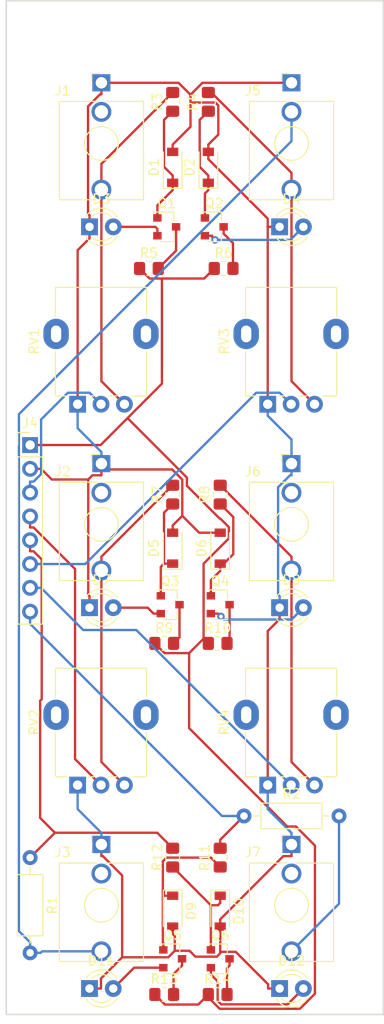
<source format=kicad_pcb>
(kicad_pcb (version 20171130) (host pcbnew 5.1.10)

  (general
    (thickness 1.6)
    (drawings 4)
    (tracks 271)
    (zones 0)
    (modules 47)
    (nets 38)
  )

  (page A4)
  (title_block
    (title "(title)")
    (comment 1 "PCB for panel")
    (comment 2 "(description)")
    (comment 4 "License CC BY 4.0 - Attribution 4.0 International")
  )

  (layers
    (0 F.Cu signal)
    (31 B.Cu signal)
    (32 B.Adhes user)
    (33 F.Adhes user)
    (34 B.Paste user)
    (35 F.Paste user)
    (36 B.SilkS user)
    (37 F.SilkS user)
    (38 B.Mask user)
    (39 F.Mask user)
    (40 Dwgs.User user)
    (41 Cmts.User user)
    (42 Eco1.User user)
    (43 Eco2.User user)
    (44 Edge.Cuts user)
    (45 Margin user)
    (46 B.CrtYd user)
    (47 F.CrtYd user)
    (48 B.Fab user)
    (49 F.Fab user)
  )

  (setup
    (last_trace_width 0.25)
    (user_trace_width 0.381)
    (user_trace_width 0.762)
    (trace_clearance 0.2)
    (zone_clearance 0.508)
    (zone_45_only no)
    (trace_min 0.2)
    (via_size 0.8)
    (via_drill 0.4)
    (via_min_size 0.4)
    (via_min_drill 0.3)
    (uvia_size 0.3)
    (uvia_drill 0.1)
    (uvias_allowed no)
    (uvia_min_size 0.2)
    (uvia_min_drill 0.1)
    (edge_width 0.05)
    (segment_width 0.2)
    (pcb_text_width 0.3)
    (pcb_text_size 1.5 1.5)
    (mod_edge_width 0.12)
    (mod_text_size 1 1)
    (mod_text_width 0.15)
    (pad_size 1.524 1.524)
    (pad_drill 0.762)
    (pad_to_mask_clearance 0)
    (aux_axis_origin 0 0)
    (visible_elements FFFFFF7F)
    (pcbplotparams
      (layerselection 0x010fc_ffffffff)
      (usegerberextensions false)
      (usegerberattributes true)
      (usegerberadvancedattributes true)
      (creategerberjobfile true)
      (excludeedgelayer true)
      (linewidth 0.100000)
      (plotframeref false)
      (viasonmask false)
      (mode 1)
      (useauxorigin false)
      (hpglpennumber 1)
      (hpglpenspeed 20)
      (hpglpendiameter 15.000000)
      (psnegative false)
      (psa4output false)
      (plotreference true)
      (plotvalue true)
      (plotinvisibletext false)
      (padsonsilk false)
      (subtractmaskfromsilk false)
      (outputformat 1)
      (mirror false)
      (drillshape 1)
      (scaleselection 1)
      (outputdirectory ""))
  )

  (net 0 "")
  (net 1 OUTb)
  (net 2 Yb)
  (net 3 Xb)
  (net 4 OUTa)
  (net 5 Ya)
  (net 6 Xa)
  (net 7 GND)
  (net 8 "Net-(J2-PadTN)")
  (net 9 "Net-(J3-PadTN)")
  (net 10 "Net-(J3-PadT)")
  (net 11 "Net-(J6-PadTN)")
  (net 12 "Net-(J7-PadTN)")
  (net 13 "Net-(J7-PadT)")
  (net 14 "Net-(D1-Pad1)")
  (net 15 "Net-(D2-Pad1)")
  (net 16 "Net-(D3-Pad2)")
  (net 17 "Net-(D4-Pad2)")
  (net 18 "Net-(D5-Pad1)")
  (net 19 "Net-(D6-Pad1)")
  (net 20 "Net-(D7-Pad2)")
  (net 21 "Net-(D8-Pad2)")
  (net 22 "Net-(D9-Pad1)")
  (net 23 "Net-(D10-Pad1)")
  (net 24 "Net-(D11-Pad2)")
  (net 25 "Net-(D12-Pad2)")
  (net 26 "Net-(J1-PadTN)")
  (net 27 /IN1x)
  (net 28 /IN1y)
  (net 29 +5V)
  (net 30 /IN2x)
  (net 31 /IN2y)
  (net 32 "Net-(Q1-Pad3)")
  (net 33 "Net-(Q2-Pad3)")
  (net 34 "Net-(Q3-Pad3)")
  (net 35 "Net-(Q4-Pad3)")
  (net 36 "Net-(Q5-Pad3)")
  (net 37 "Net-(Q6-Pad3)")

  (net_class Default "This is the default net class."
    (clearance 0.2)
    (trace_width 0.25)
    (via_dia 0.8)
    (via_drill 0.4)
    (uvia_dia 0.3)
    (uvia_drill 0.1)
    (add_net +5V)
    (add_net /IN1x)
    (add_net /IN1y)
    (add_net /IN2x)
    (add_net /IN2y)
    (add_net GND)
    (add_net "Net-(D1-Pad1)")
    (add_net "Net-(D10-Pad1)")
    (add_net "Net-(D11-Pad2)")
    (add_net "Net-(D12-Pad2)")
    (add_net "Net-(D2-Pad1)")
    (add_net "Net-(D3-Pad2)")
    (add_net "Net-(D4-Pad2)")
    (add_net "Net-(D5-Pad1)")
    (add_net "Net-(D6-Pad1)")
    (add_net "Net-(D7-Pad2)")
    (add_net "Net-(D8-Pad2)")
    (add_net "Net-(D9-Pad1)")
    (add_net "Net-(J1-PadTN)")
    (add_net "Net-(J2-PadTN)")
    (add_net "Net-(J3-PadT)")
    (add_net "Net-(J3-PadTN)")
    (add_net "Net-(J6-PadTN)")
    (add_net "Net-(J7-PadT)")
    (add_net "Net-(J7-PadTN)")
    (add_net "Net-(Q1-Pad3)")
    (add_net "Net-(Q2-Pad3)")
    (add_net "Net-(Q3-Pad3)")
    (add_net "Net-(Q4-Pad3)")
    (add_net "Net-(Q5-Pad3)")
    (add_net "Net-(Q6-Pad3)")
    (add_net OUTa)
    (add_net OUTb)
    (add_net Xa)
    (add_net Xb)
    (add_net Ya)
    (add_net Yb)
  )

  (module Resistor_SMD:R_0805_2012Metric_Pad1.20x1.40mm_HandSolder (layer F.Cu) (tedit 5F68FEEE) (tstamp 60AA2BA0)
    (at 73.39 156.845)
    (descr "Resistor SMD 0805 (2012 Metric), square (rectangular) end terminal, IPC_7351 nominal with elongated pad for handsoldering. (Body size source: IPC-SM-782 page 72, https://www.pcb-3d.com/wordpress/wp-content/uploads/ipc-sm-782a_amendment_1_and_2.pdf), generated with kicad-footprint-generator")
    (tags "resistor handsolder")
    (path /60AC9F01)
    (attr smd)
    (fp_text reference R14 (at 0 -1.65) (layer F.SilkS)
      (effects (font (size 1 1) (thickness 0.15)))
    )
    (fp_text value 5k (at 0 1.65) (layer F.Fab)
      (effects (font (size 1 1) (thickness 0.15)))
    )
    (fp_text user %R (at 0 0) (layer F.Fab)
      (effects (font (size 0.5 0.5) (thickness 0.08)))
    )
    (fp_line (start -1 0.625) (end -1 -0.625) (layer F.Fab) (width 0.1))
    (fp_line (start -1 -0.625) (end 1 -0.625) (layer F.Fab) (width 0.1))
    (fp_line (start 1 -0.625) (end 1 0.625) (layer F.Fab) (width 0.1))
    (fp_line (start 1 0.625) (end -1 0.625) (layer F.Fab) (width 0.1))
    (fp_line (start -0.227064 -0.735) (end 0.227064 -0.735) (layer F.SilkS) (width 0.12))
    (fp_line (start -0.227064 0.735) (end 0.227064 0.735) (layer F.SilkS) (width 0.12))
    (fp_line (start -1.85 0.95) (end -1.85 -0.95) (layer F.CrtYd) (width 0.05))
    (fp_line (start -1.85 -0.95) (end 1.85 -0.95) (layer F.CrtYd) (width 0.05))
    (fp_line (start 1.85 -0.95) (end 1.85 0.95) (layer F.CrtYd) (width 0.05))
    (fp_line (start 1.85 0.95) (end -1.85 0.95) (layer F.CrtYd) (width 0.05))
    (pad 2 smd roundrect (at 1 0) (size 1.2 1.4) (layers F.Cu F.Paste F.Mask) (roundrect_rratio 0.208333)
      (net 37 "Net-(Q6-Pad3)"))
    (pad 1 smd roundrect (at -1 0) (size 1.2 1.4) (layers F.Cu F.Paste F.Mask) (roundrect_rratio 0.208333)
      (net 29 +5V))
    (model ${KISYS3DMOD}/Resistor_SMD.3dshapes/R_0805_2012Metric.wrl
      (at (xyz 0 0 0))
      (scale (xyz 1 1 1))
      (rotate (xyz 0 0 0))
    )
  )

  (module Resistor_SMD:R_0805_2012Metric_Pad1.20x1.40mm_HandSolder (layer F.Cu) (tedit 5F68FEEE) (tstamp 60AA2B8F)
    (at 67.675 156.845)
    (descr "Resistor SMD 0805 (2012 Metric), square (rectangular) end terminal, IPC_7351 nominal with elongated pad for handsoldering. (Body size source: IPC-SM-782 page 72, https://www.pcb-3d.com/wordpress/wp-content/uploads/ipc-sm-782a_amendment_1_and_2.pdf), generated with kicad-footprint-generator")
    (tags "resistor handsolder")
    (path /60AF0941)
    (attr smd)
    (fp_text reference R13 (at 0 -1.65) (layer F.SilkS)
      (effects (font (size 1 1) (thickness 0.15)))
    )
    (fp_text value 5k (at 0 1.65) (layer F.Fab)
      (effects (font (size 1 1) (thickness 0.15)))
    )
    (fp_text user %R (at 0 0) (layer F.Fab)
      (effects (font (size 0.5 0.5) (thickness 0.08)))
    )
    (fp_line (start -1 0.625) (end -1 -0.625) (layer F.Fab) (width 0.1))
    (fp_line (start -1 -0.625) (end 1 -0.625) (layer F.Fab) (width 0.1))
    (fp_line (start 1 -0.625) (end 1 0.625) (layer F.Fab) (width 0.1))
    (fp_line (start 1 0.625) (end -1 0.625) (layer F.Fab) (width 0.1))
    (fp_line (start -0.227064 -0.735) (end 0.227064 -0.735) (layer F.SilkS) (width 0.12))
    (fp_line (start -0.227064 0.735) (end 0.227064 0.735) (layer F.SilkS) (width 0.12))
    (fp_line (start -1.85 0.95) (end -1.85 -0.95) (layer F.CrtYd) (width 0.05))
    (fp_line (start -1.85 -0.95) (end 1.85 -0.95) (layer F.CrtYd) (width 0.05))
    (fp_line (start 1.85 -0.95) (end 1.85 0.95) (layer F.CrtYd) (width 0.05))
    (fp_line (start 1.85 0.95) (end -1.85 0.95) (layer F.CrtYd) (width 0.05))
    (pad 2 smd roundrect (at 1 0) (size 1.2 1.4) (layers F.Cu F.Paste F.Mask) (roundrect_rratio 0.208333)
      (net 36 "Net-(Q5-Pad3)"))
    (pad 1 smd roundrect (at -1 0) (size 1.2 1.4) (layers F.Cu F.Paste F.Mask) (roundrect_rratio 0.208333)
      (net 29 +5V))
    (model ${KISYS3DMOD}/Resistor_SMD.3dshapes/R_0805_2012Metric.wrl
      (at (xyz 0 0 0))
      (scale (xyz 1 1 1))
      (rotate (xyz 0 0 0))
    )
  )

  (module Resistor_SMD:R_0805_2012Metric_Pad1.20x1.40mm_HandSolder (layer F.Cu) (tedit 5F68FEEE) (tstamp 60AA2B7E)
    (at 68.58 142.24 90)
    (descr "Resistor SMD 0805 (2012 Metric), square (rectangular) end terminal, IPC_7351 nominal with elongated pad for handsoldering. (Body size source: IPC-SM-782 page 72, https://www.pcb-3d.com/wordpress/wp-content/uploads/ipc-sm-782a_amendment_1_and_2.pdf), generated with kicad-footprint-generator")
    (tags "resistor handsolder")
    (path /60AC9F0D)
    (attr smd)
    (fp_text reference R12 (at 0 -1.65 90) (layer F.SilkS)
      (effects (font (size 1 1) (thickness 0.15)))
    )
    (fp_text value 100k (at 0 1.65 90) (layer F.Fab)
      (effects (font (size 1 1) (thickness 0.15)))
    )
    (fp_text user %R (at 0 0 90) (layer F.Fab)
      (effects (font (size 0.5 0.5) (thickness 0.08)))
    )
    (fp_line (start -1 0.625) (end -1 -0.625) (layer F.Fab) (width 0.1))
    (fp_line (start -1 -0.625) (end 1 -0.625) (layer F.Fab) (width 0.1))
    (fp_line (start 1 -0.625) (end 1 0.625) (layer F.Fab) (width 0.1))
    (fp_line (start 1 0.625) (end -1 0.625) (layer F.Fab) (width 0.1))
    (fp_line (start -0.227064 -0.735) (end 0.227064 -0.735) (layer F.SilkS) (width 0.12))
    (fp_line (start -0.227064 0.735) (end 0.227064 0.735) (layer F.SilkS) (width 0.12))
    (fp_line (start -1.85 0.95) (end -1.85 -0.95) (layer F.CrtYd) (width 0.05))
    (fp_line (start -1.85 -0.95) (end 1.85 -0.95) (layer F.CrtYd) (width 0.05))
    (fp_line (start 1.85 -0.95) (end 1.85 0.95) (layer F.CrtYd) (width 0.05))
    (fp_line (start 1.85 0.95) (end -1.85 0.95) (layer F.CrtYd) (width 0.05))
    (pad 2 smd roundrect (at 1 0 90) (size 1.2 1.4) (layers F.Cu F.Paste F.Mask) (roundrect_rratio 0.208333)
      (net 4 OUTa))
    (pad 1 smd roundrect (at -1 0 90) (size 1.2 1.4) (layers F.Cu F.Paste F.Mask) (roundrect_rratio 0.208333)
      (net 23 "Net-(D10-Pad1)"))
    (model ${KISYS3DMOD}/Resistor_SMD.3dshapes/R_0805_2012Metric.wrl
      (at (xyz 0 0 0))
      (scale (xyz 1 1 1))
      (rotate (xyz 0 0 0))
    )
  )

  (module Resistor_SMD:R_0805_2012Metric_Pad1.20x1.40mm_HandSolder (layer F.Cu) (tedit 5F68FEEE) (tstamp 60AA2B6D)
    (at 73.66 142.24 90)
    (descr "Resistor SMD 0805 (2012 Metric), square (rectangular) end terminal, IPC_7351 nominal with elongated pad for handsoldering. (Body size source: IPC-SM-782 page 72, https://www.pcb-3d.com/wordpress/wp-content/uploads/ipc-sm-782a_amendment_1_and_2.pdf), generated with kicad-footprint-generator")
    (tags "resistor handsolder")
    (path /60AF094D)
    (attr smd)
    (fp_text reference R11 (at 0 -1.65 90) (layer F.SilkS)
      (effects (font (size 1 1) (thickness 0.15)))
    )
    (fp_text value 100k (at 0 1.65 90) (layer F.Fab)
      (effects (font (size 1 1) (thickness 0.15)))
    )
    (fp_text user %R (at 0 0 90) (layer F.Fab)
      (effects (font (size 0.5 0.5) (thickness 0.08)))
    )
    (fp_line (start -1 0.625) (end -1 -0.625) (layer F.Fab) (width 0.1))
    (fp_line (start -1 -0.625) (end 1 -0.625) (layer F.Fab) (width 0.1))
    (fp_line (start 1 -0.625) (end 1 0.625) (layer F.Fab) (width 0.1))
    (fp_line (start 1 0.625) (end -1 0.625) (layer F.Fab) (width 0.1))
    (fp_line (start -0.227064 -0.735) (end 0.227064 -0.735) (layer F.SilkS) (width 0.12))
    (fp_line (start -0.227064 0.735) (end 0.227064 0.735) (layer F.SilkS) (width 0.12))
    (fp_line (start -1.85 0.95) (end -1.85 -0.95) (layer F.CrtYd) (width 0.05))
    (fp_line (start -1.85 -0.95) (end 1.85 -0.95) (layer F.CrtYd) (width 0.05))
    (fp_line (start 1.85 -0.95) (end 1.85 0.95) (layer F.CrtYd) (width 0.05))
    (fp_line (start 1.85 0.95) (end -1.85 0.95) (layer F.CrtYd) (width 0.05))
    (pad 2 smd roundrect (at 1 0 90) (size 1.2 1.4) (layers F.Cu F.Paste F.Mask) (roundrect_rratio 0.208333)
      (net 1 OUTb))
    (pad 1 smd roundrect (at -1 0 90) (size 1.2 1.4) (layers F.Cu F.Paste F.Mask) (roundrect_rratio 0.208333)
      (net 22 "Net-(D9-Pad1)"))
    (model ${KISYS3DMOD}/Resistor_SMD.3dshapes/R_0805_2012Metric.wrl
      (at (xyz 0 0 0))
      (scale (xyz 1 1 1))
      (rotate (xyz 0 0 0))
    )
  )

  (module Resistor_SMD:R_0805_2012Metric_Pad1.20x1.40mm_HandSolder (layer F.Cu) (tedit 5F68FEEE) (tstamp 60AA2B5C)
    (at 73.39 119.38)
    (descr "Resistor SMD 0805 (2012 Metric), square (rectangular) end terminal, IPC_7351 nominal with elongated pad for handsoldering. (Body size source: IPC-SM-782 page 72, https://www.pcb-3d.com/wordpress/wp-content/uploads/ipc-sm-782a_amendment_1_and_2.pdf), generated with kicad-footprint-generator")
    (tags "resistor handsolder")
    (path /60B01051)
    (attr smd)
    (fp_text reference R10 (at 0 -1.65) (layer F.SilkS)
      (effects (font (size 1 1) (thickness 0.15)))
    )
    (fp_text value 5k (at 0 1.65) (layer F.Fab)
      (effects (font (size 1 1) (thickness 0.15)))
    )
    (fp_text user %R (at 0 0) (layer F.Fab)
      (effects (font (size 0.5 0.5) (thickness 0.08)))
    )
    (fp_line (start -1 0.625) (end -1 -0.625) (layer F.Fab) (width 0.1))
    (fp_line (start -1 -0.625) (end 1 -0.625) (layer F.Fab) (width 0.1))
    (fp_line (start 1 -0.625) (end 1 0.625) (layer F.Fab) (width 0.1))
    (fp_line (start 1 0.625) (end -1 0.625) (layer F.Fab) (width 0.1))
    (fp_line (start -0.227064 -0.735) (end 0.227064 -0.735) (layer F.SilkS) (width 0.12))
    (fp_line (start -0.227064 0.735) (end 0.227064 0.735) (layer F.SilkS) (width 0.12))
    (fp_line (start -1.85 0.95) (end -1.85 -0.95) (layer F.CrtYd) (width 0.05))
    (fp_line (start -1.85 -0.95) (end 1.85 -0.95) (layer F.CrtYd) (width 0.05))
    (fp_line (start 1.85 -0.95) (end 1.85 0.95) (layer F.CrtYd) (width 0.05))
    (fp_line (start 1.85 0.95) (end -1.85 0.95) (layer F.CrtYd) (width 0.05))
    (pad 2 smd roundrect (at 1 0) (size 1.2 1.4) (layers F.Cu F.Paste F.Mask) (roundrect_rratio 0.208333)
      (net 35 "Net-(Q4-Pad3)"))
    (pad 1 smd roundrect (at -1 0) (size 1.2 1.4) (layers F.Cu F.Paste F.Mask) (roundrect_rratio 0.208333)
      (net 29 +5V))
    (model ${KISYS3DMOD}/Resistor_SMD.3dshapes/R_0805_2012Metric.wrl
      (at (xyz 0 0 0))
      (scale (xyz 1 1 1))
      (rotate (xyz 0 0 0))
    )
  )

  (module Resistor_SMD:R_0805_2012Metric_Pad1.20x1.40mm_HandSolder (layer F.Cu) (tedit 5F68FEEE) (tstamp 60AA2B4B)
    (at 67.675 119.38)
    (descr "Resistor SMD 0805 (2012 Metric), square (rectangular) end terminal, IPC_7351 nominal with elongated pad for handsoldering. (Body size source: IPC-SM-782 page 72, https://www.pcb-3d.com/wordpress/wp-content/uploads/ipc-sm-782a_amendment_1_and_2.pdf), generated with kicad-footprint-generator")
    (tags "resistor handsolder")
    (path /60AE944F)
    (attr smd)
    (fp_text reference R9 (at 0 -1.65) (layer F.SilkS)
      (effects (font (size 1 1) (thickness 0.15)))
    )
    (fp_text value 5k (at 0 1.65) (layer F.Fab)
      (effects (font (size 1 1) (thickness 0.15)))
    )
    (fp_text user %R (at 0 0) (layer F.Fab)
      (effects (font (size 0.5 0.5) (thickness 0.08)))
    )
    (fp_line (start -1 0.625) (end -1 -0.625) (layer F.Fab) (width 0.1))
    (fp_line (start -1 -0.625) (end 1 -0.625) (layer F.Fab) (width 0.1))
    (fp_line (start 1 -0.625) (end 1 0.625) (layer F.Fab) (width 0.1))
    (fp_line (start 1 0.625) (end -1 0.625) (layer F.Fab) (width 0.1))
    (fp_line (start -0.227064 -0.735) (end 0.227064 -0.735) (layer F.SilkS) (width 0.12))
    (fp_line (start -0.227064 0.735) (end 0.227064 0.735) (layer F.SilkS) (width 0.12))
    (fp_line (start -1.85 0.95) (end -1.85 -0.95) (layer F.CrtYd) (width 0.05))
    (fp_line (start -1.85 -0.95) (end 1.85 -0.95) (layer F.CrtYd) (width 0.05))
    (fp_line (start 1.85 -0.95) (end 1.85 0.95) (layer F.CrtYd) (width 0.05))
    (fp_line (start 1.85 0.95) (end -1.85 0.95) (layer F.CrtYd) (width 0.05))
    (pad 2 smd roundrect (at 1 0) (size 1.2 1.4) (layers F.Cu F.Paste F.Mask) (roundrect_rratio 0.208333)
      (net 34 "Net-(Q3-Pad3)"))
    (pad 1 smd roundrect (at -1 0) (size 1.2 1.4) (layers F.Cu F.Paste F.Mask) (roundrect_rratio 0.208333)
      (net 29 +5V))
    (model ${KISYS3DMOD}/Resistor_SMD.3dshapes/R_0805_2012Metric.wrl
      (at (xyz 0 0 0))
      (scale (xyz 1 1 1))
      (rotate (xyz 0 0 0))
    )
  )

  (module Resistor_SMD:R_0805_2012Metric_Pad1.20x1.40mm_HandSolder (layer F.Cu) (tedit 5F68FEEE) (tstamp 60AA2B3A)
    (at 73.66 103.505 90)
    (descr "Resistor SMD 0805 (2012 Metric), square (rectangular) end terminal, IPC_7351 nominal with elongated pad for handsoldering. (Body size source: IPC-SM-782 page 72, https://www.pcb-3d.com/wordpress/wp-content/uploads/ipc-sm-782a_amendment_1_and_2.pdf), generated with kicad-footprint-generator")
    (tags "resistor handsolder")
    (path /60B0105D)
    (attr smd)
    (fp_text reference R8 (at 0 -1.65 90) (layer F.SilkS)
      (effects (font (size 1 1) (thickness 0.15)))
    )
    (fp_text value 100k (at 0 1.65 90) (layer F.Fab)
      (effects (font (size 1 1) (thickness 0.15)))
    )
    (fp_text user %R (at 0 0 90) (layer F.Fab)
      (effects (font (size 0.5 0.5) (thickness 0.08)))
    )
    (fp_line (start -1 0.625) (end -1 -0.625) (layer F.Fab) (width 0.1))
    (fp_line (start -1 -0.625) (end 1 -0.625) (layer F.Fab) (width 0.1))
    (fp_line (start 1 -0.625) (end 1 0.625) (layer F.Fab) (width 0.1))
    (fp_line (start 1 0.625) (end -1 0.625) (layer F.Fab) (width 0.1))
    (fp_line (start -0.227064 -0.735) (end 0.227064 -0.735) (layer F.SilkS) (width 0.12))
    (fp_line (start -0.227064 0.735) (end 0.227064 0.735) (layer F.SilkS) (width 0.12))
    (fp_line (start -1.85 0.95) (end -1.85 -0.95) (layer F.CrtYd) (width 0.05))
    (fp_line (start -1.85 -0.95) (end 1.85 -0.95) (layer F.CrtYd) (width 0.05))
    (fp_line (start 1.85 -0.95) (end 1.85 0.95) (layer F.CrtYd) (width 0.05))
    (fp_line (start 1.85 0.95) (end -1.85 0.95) (layer F.CrtYd) (width 0.05))
    (pad 2 smd roundrect (at 1 0 90) (size 1.2 1.4) (layers F.Cu F.Paste F.Mask) (roundrect_rratio 0.208333)
      (net 31 /IN2y))
    (pad 1 smd roundrect (at -1 0 90) (size 1.2 1.4) (layers F.Cu F.Paste F.Mask) (roundrect_rratio 0.208333)
      (net 19 "Net-(D6-Pad1)"))
    (model ${KISYS3DMOD}/Resistor_SMD.3dshapes/R_0805_2012Metric.wrl
      (at (xyz 0 0 0))
      (scale (xyz 1 1 1))
      (rotate (xyz 0 0 0))
    )
  )

  (module Resistor_SMD:R_0805_2012Metric_Pad1.20x1.40mm_HandSolder (layer F.Cu) (tedit 5F68FEEE) (tstamp 60AA2B29)
    (at 68.58 103.505 90)
    (descr "Resistor SMD 0805 (2012 Metric), square (rectangular) end terminal, IPC_7351 nominal with elongated pad for handsoldering. (Body size source: IPC-SM-782 page 72, https://www.pcb-3d.com/wordpress/wp-content/uploads/ipc-sm-782a_amendment_1_and_2.pdf), generated with kicad-footprint-generator")
    (tags "resistor handsolder")
    (path /60AE945B)
    (attr smd)
    (fp_text reference R7 (at 0 -1.65 90) (layer F.SilkS)
      (effects (font (size 1 1) (thickness 0.15)))
    )
    (fp_text value 100k (at 0 1.65 90) (layer F.Fab)
      (effects (font (size 1 1) (thickness 0.15)))
    )
    (fp_text user %R (at 0 0 90) (layer F.Fab)
      (effects (font (size 0.5 0.5) (thickness 0.08)))
    )
    (fp_line (start -1 0.625) (end -1 -0.625) (layer F.Fab) (width 0.1))
    (fp_line (start -1 -0.625) (end 1 -0.625) (layer F.Fab) (width 0.1))
    (fp_line (start 1 -0.625) (end 1 0.625) (layer F.Fab) (width 0.1))
    (fp_line (start 1 0.625) (end -1 0.625) (layer F.Fab) (width 0.1))
    (fp_line (start -0.227064 -0.735) (end 0.227064 -0.735) (layer F.SilkS) (width 0.12))
    (fp_line (start -0.227064 0.735) (end 0.227064 0.735) (layer F.SilkS) (width 0.12))
    (fp_line (start -1.85 0.95) (end -1.85 -0.95) (layer F.CrtYd) (width 0.05))
    (fp_line (start -1.85 -0.95) (end 1.85 -0.95) (layer F.CrtYd) (width 0.05))
    (fp_line (start 1.85 -0.95) (end 1.85 0.95) (layer F.CrtYd) (width 0.05))
    (fp_line (start 1.85 0.95) (end -1.85 0.95) (layer F.CrtYd) (width 0.05))
    (pad 2 smd roundrect (at 1 0 90) (size 1.2 1.4) (layers F.Cu F.Paste F.Mask) (roundrect_rratio 0.208333)
      (net 28 /IN1y))
    (pad 1 smd roundrect (at -1 0 90) (size 1.2 1.4) (layers F.Cu F.Paste F.Mask) (roundrect_rratio 0.208333)
      (net 18 "Net-(D5-Pad1)"))
    (model ${KISYS3DMOD}/Resistor_SMD.3dshapes/R_0805_2012Metric.wrl
      (at (xyz 0 0 0))
      (scale (xyz 1 1 1))
      (rotate (xyz 0 0 0))
    )
  )

  (module Resistor_SMD:R_0805_2012Metric_Pad1.20x1.40mm_HandSolder (layer F.Cu) (tedit 5F68FEEE) (tstamp 60AA2B18)
    (at 74.025 79.375)
    (descr "Resistor SMD 0805 (2012 Metric), square (rectangular) end terminal, IPC_7351 nominal with elongated pad for handsoldering. (Body size source: IPC-SM-782 page 72, https://www.pcb-3d.com/wordpress/wp-content/uploads/ipc-sm-782a_amendment_1_and_2.pdf), generated with kicad-footprint-generator")
    (tags "resistor handsolder")
    (path /60AF9243)
    (attr smd)
    (fp_text reference R6 (at 0 -1.65) (layer F.SilkS)
      (effects (font (size 1 1) (thickness 0.15)))
    )
    (fp_text value 5k (at 0 1.65) (layer F.Fab)
      (effects (font (size 1 1) (thickness 0.15)))
    )
    (fp_text user %R (at 0 0) (layer F.Fab)
      (effects (font (size 0.5 0.5) (thickness 0.08)))
    )
    (fp_line (start -1 0.625) (end -1 -0.625) (layer F.Fab) (width 0.1))
    (fp_line (start -1 -0.625) (end 1 -0.625) (layer F.Fab) (width 0.1))
    (fp_line (start 1 -0.625) (end 1 0.625) (layer F.Fab) (width 0.1))
    (fp_line (start 1 0.625) (end -1 0.625) (layer F.Fab) (width 0.1))
    (fp_line (start -0.227064 -0.735) (end 0.227064 -0.735) (layer F.SilkS) (width 0.12))
    (fp_line (start -0.227064 0.735) (end 0.227064 0.735) (layer F.SilkS) (width 0.12))
    (fp_line (start -1.85 0.95) (end -1.85 -0.95) (layer F.CrtYd) (width 0.05))
    (fp_line (start -1.85 -0.95) (end 1.85 -0.95) (layer F.CrtYd) (width 0.05))
    (fp_line (start 1.85 -0.95) (end 1.85 0.95) (layer F.CrtYd) (width 0.05))
    (fp_line (start 1.85 0.95) (end -1.85 0.95) (layer F.CrtYd) (width 0.05))
    (pad 2 smd roundrect (at 1 0) (size 1.2 1.4) (layers F.Cu F.Paste F.Mask) (roundrect_rratio 0.208333)
      (net 33 "Net-(Q2-Pad3)"))
    (pad 1 smd roundrect (at -1 0) (size 1.2 1.4) (layers F.Cu F.Paste F.Mask) (roundrect_rratio 0.208333)
      (net 29 +5V))
    (model ${KISYS3DMOD}/Resistor_SMD.3dshapes/R_0805_2012Metric.wrl
      (at (xyz 0 0 0))
      (scale (xyz 1 1 1))
      (rotate (xyz 0 0 0))
    )
  )

  (module Resistor_SMD:R_0805_2012Metric_Pad1.20x1.40mm_HandSolder (layer F.Cu) (tedit 5F68FEEE) (tstamp 60AA2B07)
    (at 66.04 79.375)
    (descr "Resistor SMD 0805 (2012 Metric), square (rectangular) end terminal, IPC_7351 nominal with elongated pad for handsoldering. (Body size source: IPC-SM-782 page 72, https://www.pcb-3d.com/wordpress/wp-content/uploads/ipc-sm-782a_amendment_1_and_2.pdf), generated with kicad-footprint-generator")
    (tags "resistor handsolder")
    (path /60A7522A)
    (attr smd)
    (fp_text reference R5 (at 0 -1.65) (layer F.SilkS)
      (effects (font (size 1 1) (thickness 0.15)))
    )
    (fp_text value 5k (at 0 1.65) (layer F.Fab)
      (effects (font (size 1 1) (thickness 0.15)))
    )
    (fp_text user %R (at 0 0) (layer F.Fab)
      (effects (font (size 0.5 0.5) (thickness 0.08)))
    )
    (fp_line (start -1 0.625) (end -1 -0.625) (layer F.Fab) (width 0.1))
    (fp_line (start -1 -0.625) (end 1 -0.625) (layer F.Fab) (width 0.1))
    (fp_line (start 1 -0.625) (end 1 0.625) (layer F.Fab) (width 0.1))
    (fp_line (start 1 0.625) (end -1 0.625) (layer F.Fab) (width 0.1))
    (fp_line (start -0.227064 -0.735) (end 0.227064 -0.735) (layer F.SilkS) (width 0.12))
    (fp_line (start -0.227064 0.735) (end 0.227064 0.735) (layer F.SilkS) (width 0.12))
    (fp_line (start -1.85 0.95) (end -1.85 -0.95) (layer F.CrtYd) (width 0.05))
    (fp_line (start -1.85 -0.95) (end 1.85 -0.95) (layer F.CrtYd) (width 0.05))
    (fp_line (start 1.85 -0.95) (end 1.85 0.95) (layer F.CrtYd) (width 0.05))
    (fp_line (start 1.85 0.95) (end -1.85 0.95) (layer F.CrtYd) (width 0.05))
    (pad 2 smd roundrect (at 1 0) (size 1.2 1.4) (layers F.Cu F.Paste F.Mask) (roundrect_rratio 0.208333)
      (net 32 "Net-(Q1-Pad3)"))
    (pad 1 smd roundrect (at -1 0) (size 1.2 1.4) (layers F.Cu F.Paste F.Mask) (roundrect_rratio 0.208333)
      (net 29 +5V))
    (model ${KISYS3DMOD}/Resistor_SMD.3dshapes/R_0805_2012Metric.wrl
      (at (xyz 0 0 0))
      (scale (xyz 1 1 1))
      (rotate (xyz 0 0 0))
    )
  )

  (module Resistor_SMD:R_0805_2012Metric_Pad1.20x1.40mm_HandSolder (layer F.Cu) (tedit 5F68FEEE) (tstamp 60AA2AF6)
    (at 72.39 61.595 90)
    (descr "Resistor SMD 0805 (2012 Metric), square (rectangular) end terminal, IPC_7351 nominal with elongated pad for handsoldering. (Body size source: IPC-SM-782 page 72, https://www.pcb-3d.com/wordpress/wp-content/uploads/ipc-sm-782a_amendment_1_and_2.pdf), generated with kicad-footprint-generator")
    (tags "resistor handsolder")
    (path /60AF924F)
    (attr smd)
    (fp_text reference R4 (at 0 -1.65 90) (layer F.SilkS)
      (effects (font (size 1 1) (thickness 0.15)))
    )
    (fp_text value 100k (at 0 1.65 90) (layer F.Fab)
      (effects (font (size 1 1) (thickness 0.15)))
    )
    (fp_text user %R (at 0 0 90) (layer F.Fab)
      (effects (font (size 0.5 0.5) (thickness 0.08)))
    )
    (fp_line (start -1 0.625) (end -1 -0.625) (layer F.Fab) (width 0.1))
    (fp_line (start -1 -0.625) (end 1 -0.625) (layer F.Fab) (width 0.1))
    (fp_line (start 1 -0.625) (end 1 0.625) (layer F.Fab) (width 0.1))
    (fp_line (start 1 0.625) (end -1 0.625) (layer F.Fab) (width 0.1))
    (fp_line (start -0.227064 -0.735) (end 0.227064 -0.735) (layer F.SilkS) (width 0.12))
    (fp_line (start -0.227064 0.735) (end 0.227064 0.735) (layer F.SilkS) (width 0.12))
    (fp_line (start -1.85 0.95) (end -1.85 -0.95) (layer F.CrtYd) (width 0.05))
    (fp_line (start -1.85 -0.95) (end 1.85 -0.95) (layer F.CrtYd) (width 0.05))
    (fp_line (start 1.85 -0.95) (end 1.85 0.95) (layer F.CrtYd) (width 0.05))
    (fp_line (start 1.85 0.95) (end -1.85 0.95) (layer F.CrtYd) (width 0.05))
    (pad 2 smd roundrect (at 1 0 90) (size 1.2 1.4) (layers F.Cu F.Paste F.Mask) (roundrect_rratio 0.208333)
      (net 30 /IN2x))
    (pad 1 smd roundrect (at -1 0 90) (size 1.2 1.4) (layers F.Cu F.Paste F.Mask) (roundrect_rratio 0.208333)
      (net 15 "Net-(D2-Pad1)"))
    (model ${KISYS3DMOD}/Resistor_SMD.3dshapes/R_0805_2012Metric.wrl
      (at (xyz 0 0 0))
      (scale (xyz 1 1 1))
      (rotate (xyz 0 0 0))
    )
  )

  (module Resistor_SMD:R_0805_2012Metric_Pad1.20x1.40mm_HandSolder (layer F.Cu) (tedit 5F68FEEE) (tstamp 60AA2AE5)
    (at 68.58 61.595 90)
    (descr "Resistor SMD 0805 (2012 Metric), square (rectangular) end terminal, IPC_7351 nominal with elongated pad for handsoldering. (Body size source: IPC-SM-782 page 72, https://www.pcb-3d.com/wordpress/wp-content/uploads/ipc-sm-782a_amendment_1_and_2.pdf), generated with kicad-footprint-generator")
    (tags "resistor handsolder")
    (path /60A86F88)
    (attr smd)
    (fp_text reference R3 (at 0 -1.65 90) (layer F.SilkS)
      (effects (font (size 1 1) (thickness 0.15)))
    )
    (fp_text value 100k (at 0 1.65 90) (layer F.Fab)
      (effects (font (size 1 1) (thickness 0.15)))
    )
    (fp_text user %R (at 0 0 90) (layer F.Fab)
      (effects (font (size 0.5 0.5) (thickness 0.08)))
    )
    (fp_line (start -1 0.625) (end -1 -0.625) (layer F.Fab) (width 0.1))
    (fp_line (start -1 -0.625) (end 1 -0.625) (layer F.Fab) (width 0.1))
    (fp_line (start 1 -0.625) (end 1 0.625) (layer F.Fab) (width 0.1))
    (fp_line (start 1 0.625) (end -1 0.625) (layer F.Fab) (width 0.1))
    (fp_line (start -0.227064 -0.735) (end 0.227064 -0.735) (layer F.SilkS) (width 0.12))
    (fp_line (start -0.227064 0.735) (end 0.227064 0.735) (layer F.SilkS) (width 0.12))
    (fp_line (start -1.85 0.95) (end -1.85 -0.95) (layer F.CrtYd) (width 0.05))
    (fp_line (start -1.85 -0.95) (end 1.85 -0.95) (layer F.CrtYd) (width 0.05))
    (fp_line (start 1.85 -0.95) (end 1.85 0.95) (layer F.CrtYd) (width 0.05))
    (fp_line (start 1.85 0.95) (end -1.85 0.95) (layer F.CrtYd) (width 0.05))
    (pad 2 smd roundrect (at 1 0 90) (size 1.2 1.4) (layers F.Cu F.Paste F.Mask) (roundrect_rratio 0.208333)
      (net 27 /IN1x))
    (pad 1 smd roundrect (at -1 0 90) (size 1.2 1.4) (layers F.Cu F.Paste F.Mask) (roundrect_rratio 0.208333)
      (net 14 "Net-(D1-Pad1)"))
    (model ${KISYS3DMOD}/Resistor_SMD.3dshapes/R_0805_2012Metric.wrl
      (at (xyz 0 0 0))
      (scale (xyz 1 1 1))
      (rotate (xyz 0 0 0))
    )
  )

  (module Package_TO_SOT_SMD:SOT-23 (layer F.Cu) (tedit 5A02FF57) (tstamp 60AA2AA8)
    (at 73.66 153.035)
    (descr "SOT-23, Standard")
    (tags SOT-23)
    (path /60AC9F21)
    (attr smd)
    (fp_text reference Q6 (at 0 -2.5) (layer F.SilkS)
      (effects (font (size 1 1) (thickness 0.15)))
    )
    (fp_text value MMBT3904 (at 0 2.5) (layer F.Fab)
      (effects (font (size 1 1) (thickness 0.15)))
    )
    (fp_text user %R (at 0 0 90) (layer F.Fab)
      (effects (font (size 0.5 0.5) (thickness 0.075)))
    )
    (fp_line (start -0.7 -0.95) (end -0.7 1.5) (layer F.Fab) (width 0.1))
    (fp_line (start -0.15 -1.52) (end 0.7 -1.52) (layer F.Fab) (width 0.1))
    (fp_line (start -0.7 -0.95) (end -0.15 -1.52) (layer F.Fab) (width 0.1))
    (fp_line (start 0.7 -1.52) (end 0.7 1.52) (layer F.Fab) (width 0.1))
    (fp_line (start -0.7 1.52) (end 0.7 1.52) (layer F.Fab) (width 0.1))
    (fp_line (start 0.76 1.58) (end 0.76 0.65) (layer F.SilkS) (width 0.12))
    (fp_line (start 0.76 -1.58) (end 0.76 -0.65) (layer F.SilkS) (width 0.12))
    (fp_line (start -1.7 -1.75) (end 1.7 -1.75) (layer F.CrtYd) (width 0.05))
    (fp_line (start 1.7 -1.75) (end 1.7 1.75) (layer F.CrtYd) (width 0.05))
    (fp_line (start 1.7 1.75) (end -1.7 1.75) (layer F.CrtYd) (width 0.05))
    (fp_line (start -1.7 1.75) (end -1.7 -1.75) (layer F.CrtYd) (width 0.05))
    (fp_line (start 0.76 -1.58) (end -1.4 -1.58) (layer F.SilkS) (width 0.12))
    (fp_line (start 0.76 1.58) (end -0.7 1.58) (layer F.SilkS) (width 0.12))
    (pad 3 smd rect (at 1 0) (size 0.9 0.8) (layers F.Cu F.Paste F.Mask)
      (net 37 "Net-(Q6-Pad3)"))
    (pad 2 smd rect (at -1 0.95) (size 0.9 0.8) (layers F.Cu F.Paste F.Mask)
      (net 25 "Net-(D12-Pad2)"))
    (pad 1 smd rect (at -1 -0.95) (size 0.9 0.8) (layers F.Cu F.Paste F.Mask)
      (net 23 "Net-(D10-Pad1)"))
    (model ${KISYS3DMOD}/Package_TO_SOT_SMD.3dshapes/SOT-23.wrl
      (at (xyz 0 0 0))
      (scale (xyz 1 1 1))
      (rotate (xyz 0 0 0))
    )
  )

  (module Package_TO_SOT_SMD:SOT-23 (layer F.Cu) (tedit 5A02FF57) (tstamp 60AA2A93)
    (at 68.58 153.035)
    (descr "SOT-23, Standard")
    (tags SOT-23)
    (path /60AD3DD5)
    (attr smd)
    (fp_text reference Q5 (at 0 -2.5) (layer F.SilkS)
      (effects (font (size 1 1) (thickness 0.15)))
    )
    (fp_text value MMBT3904 (at 0 2.5) (layer F.Fab)
      (effects (font (size 1 1) (thickness 0.15)))
    )
    (fp_text user %R (at 0 0 90) (layer F.Fab)
      (effects (font (size 0.5 0.5) (thickness 0.075)))
    )
    (fp_line (start -0.7 -0.95) (end -0.7 1.5) (layer F.Fab) (width 0.1))
    (fp_line (start -0.15 -1.52) (end 0.7 -1.52) (layer F.Fab) (width 0.1))
    (fp_line (start -0.7 -0.95) (end -0.15 -1.52) (layer F.Fab) (width 0.1))
    (fp_line (start 0.7 -1.52) (end 0.7 1.52) (layer F.Fab) (width 0.1))
    (fp_line (start -0.7 1.52) (end 0.7 1.52) (layer F.Fab) (width 0.1))
    (fp_line (start 0.76 1.58) (end 0.76 0.65) (layer F.SilkS) (width 0.12))
    (fp_line (start 0.76 -1.58) (end 0.76 -0.65) (layer F.SilkS) (width 0.12))
    (fp_line (start -1.7 -1.75) (end 1.7 -1.75) (layer F.CrtYd) (width 0.05))
    (fp_line (start 1.7 -1.75) (end 1.7 1.75) (layer F.CrtYd) (width 0.05))
    (fp_line (start 1.7 1.75) (end -1.7 1.75) (layer F.CrtYd) (width 0.05))
    (fp_line (start -1.7 1.75) (end -1.7 -1.75) (layer F.CrtYd) (width 0.05))
    (fp_line (start 0.76 -1.58) (end -1.4 -1.58) (layer F.SilkS) (width 0.12))
    (fp_line (start 0.76 1.58) (end -0.7 1.58) (layer F.SilkS) (width 0.12))
    (pad 3 smd rect (at 1 0) (size 0.9 0.8) (layers F.Cu F.Paste F.Mask)
      (net 36 "Net-(Q5-Pad3)"))
    (pad 2 smd rect (at -1 0.95) (size 0.9 0.8) (layers F.Cu F.Paste F.Mask)
      (net 24 "Net-(D11-Pad2)"))
    (pad 1 smd rect (at -1 -0.95) (size 0.9 0.8) (layers F.Cu F.Paste F.Mask)
      (net 22 "Net-(D9-Pad1)"))
    (model ${KISYS3DMOD}/Package_TO_SOT_SMD.3dshapes/SOT-23.wrl
      (at (xyz 0 0 0))
      (scale (xyz 1 1 1))
      (rotate (xyz 0 0 0))
    )
  )

  (module Package_TO_SOT_SMD:SOT-23 (layer F.Cu) (tedit 5A02FF57) (tstamp 60AA2A7E)
    (at 73.66 115.25)
    (descr "SOT-23, Standard")
    (tags SOT-23)
    (path /60AD8BA9)
    (attr smd)
    (fp_text reference Q4 (at 0 -2.5) (layer F.SilkS)
      (effects (font (size 1 1) (thickness 0.15)))
    )
    (fp_text value MMBT3904 (at 0 2.5) (layer F.Fab)
      (effects (font (size 1 1) (thickness 0.15)))
    )
    (fp_text user %R (at 0 0 90) (layer F.Fab)
      (effects (font (size 0.5 0.5) (thickness 0.075)))
    )
    (fp_line (start -0.7 -0.95) (end -0.7 1.5) (layer F.Fab) (width 0.1))
    (fp_line (start -0.15 -1.52) (end 0.7 -1.52) (layer F.Fab) (width 0.1))
    (fp_line (start -0.7 -0.95) (end -0.15 -1.52) (layer F.Fab) (width 0.1))
    (fp_line (start 0.7 -1.52) (end 0.7 1.52) (layer F.Fab) (width 0.1))
    (fp_line (start -0.7 1.52) (end 0.7 1.52) (layer F.Fab) (width 0.1))
    (fp_line (start 0.76 1.58) (end 0.76 0.65) (layer F.SilkS) (width 0.12))
    (fp_line (start 0.76 -1.58) (end 0.76 -0.65) (layer F.SilkS) (width 0.12))
    (fp_line (start -1.7 -1.75) (end 1.7 -1.75) (layer F.CrtYd) (width 0.05))
    (fp_line (start 1.7 -1.75) (end 1.7 1.75) (layer F.CrtYd) (width 0.05))
    (fp_line (start 1.7 1.75) (end -1.7 1.75) (layer F.CrtYd) (width 0.05))
    (fp_line (start -1.7 1.75) (end -1.7 -1.75) (layer F.CrtYd) (width 0.05))
    (fp_line (start 0.76 -1.58) (end -1.4 -1.58) (layer F.SilkS) (width 0.12))
    (fp_line (start 0.76 1.58) (end -0.7 1.58) (layer F.SilkS) (width 0.12))
    (pad 3 smd rect (at 1 0) (size 0.9 0.8) (layers F.Cu F.Paste F.Mask)
      (net 35 "Net-(Q4-Pad3)"))
    (pad 2 smd rect (at -1 0.95) (size 0.9 0.8) (layers F.Cu F.Paste F.Mask)
      (net 21 "Net-(D8-Pad2)"))
    (pad 1 smd rect (at -1 -0.95) (size 0.9 0.8) (layers F.Cu F.Paste F.Mask)
      (net 19 "Net-(D6-Pad1)"))
    (model ${KISYS3DMOD}/Package_TO_SOT_SMD.3dshapes/SOT-23.wrl
      (at (xyz 0 0 0))
      (scale (xyz 1 1 1))
      (rotate (xyz 0 0 0))
    )
  )

  (module Package_TO_SOT_SMD:SOT-23 (layer F.Cu) (tedit 5A02FF57) (tstamp 60AA2A69)
    (at 68.31 115.25)
    (descr "SOT-23, Standard")
    (tags SOT-23)
    (path /60AD3277)
    (attr smd)
    (fp_text reference Q3 (at 0 -2.5) (layer F.SilkS)
      (effects (font (size 1 1) (thickness 0.15)))
    )
    (fp_text value MMBT3904 (at 0 2.5) (layer F.Fab)
      (effects (font (size 1 1) (thickness 0.15)))
    )
    (fp_text user %R (at 0 0 90) (layer F.Fab)
      (effects (font (size 0.5 0.5) (thickness 0.075)))
    )
    (fp_line (start -0.7 -0.95) (end -0.7 1.5) (layer F.Fab) (width 0.1))
    (fp_line (start -0.15 -1.52) (end 0.7 -1.52) (layer F.Fab) (width 0.1))
    (fp_line (start -0.7 -0.95) (end -0.15 -1.52) (layer F.Fab) (width 0.1))
    (fp_line (start 0.7 -1.52) (end 0.7 1.52) (layer F.Fab) (width 0.1))
    (fp_line (start -0.7 1.52) (end 0.7 1.52) (layer F.Fab) (width 0.1))
    (fp_line (start 0.76 1.58) (end 0.76 0.65) (layer F.SilkS) (width 0.12))
    (fp_line (start 0.76 -1.58) (end 0.76 -0.65) (layer F.SilkS) (width 0.12))
    (fp_line (start -1.7 -1.75) (end 1.7 -1.75) (layer F.CrtYd) (width 0.05))
    (fp_line (start 1.7 -1.75) (end 1.7 1.75) (layer F.CrtYd) (width 0.05))
    (fp_line (start 1.7 1.75) (end -1.7 1.75) (layer F.CrtYd) (width 0.05))
    (fp_line (start -1.7 1.75) (end -1.7 -1.75) (layer F.CrtYd) (width 0.05))
    (fp_line (start 0.76 -1.58) (end -1.4 -1.58) (layer F.SilkS) (width 0.12))
    (fp_line (start 0.76 1.58) (end -0.7 1.58) (layer F.SilkS) (width 0.12))
    (pad 3 smd rect (at 1 0) (size 0.9 0.8) (layers F.Cu F.Paste F.Mask)
      (net 34 "Net-(Q3-Pad3)"))
    (pad 2 smd rect (at -1 0.95) (size 0.9 0.8) (layers F.Cu F.Paste F.Mask)
      (net 20 "Net-(D7-Pad2)"))
    (pad 1 smd rect (at -1 -0.95) (size 0.9 0.8) (layers F.Cu F.Paste F.Mask)
      (net 18 "Net-(D5-Pad1)"))
    (model ${KISYS3DMOD}/Package_TO_SOT_SMD.3dshapes/SOT-23.wrl
      (at (xyz 0 0 0))
      (scale (xyz 1 1 1))
      (rotate (xyz 0 0 0))
    )
  )

  (module Package_TO_SOT_SMD:SOT-23 (layer F.Cu) (tedit 5A02FF57) (tstamp 60AA2A54)
    (at 73.025 74.93)
    (descr "SOT-23, Standard")
    (tags SOT-23)
    (path /60AD4B00)
    (attr smd)
    (fp_text reference Q2 (at 0 -2.5) (layer F.SilkS)
      (effects (font (size 1 1) (thickness 0.15)))
    )
    (fp_text value MMBT3904 (at 0 2.5) (layer F.Fab)
      (effects (font (size 1 1) (thickness 0.15)))
    )
    (fp_text user %R (at 0 0 90) (layer F.Fab)
      (effects (font (size 0.5 0.5) (thickness 0.075)))
    )
    (fp_line (start -0.7 -0.95) (end -0.7 1.5) (layer F.Fab) (width 0.1))
    (fp_line (start -0.15 -1.52) (end 0.7 -1.52) (layer F.Fab) (width 0.1))
    (fp_line (start -0.7 -0.95) (end -0.15 -1.52) (layer F.Fab) (width 0.1))
    (fp_line (start 0.7 -1.52) (end 0.7 1.52) (layer F.Fab) (width 0.1))
    (fp_line (start -0.7 1.52) (end 0.7 1.52) (layer F.Fab) (width 0.1))
    (fp_line (start 0.76 1.58) (end 0.76 0.65) (layer F.SilkS) (width 0.12))
    (fp_line (start 0.76 -1.58) (end 0.76 -0.65) (layer F.SilkS) (width 0.12))
    (fp_line (start -1.7 -1.75) (end 1.7 -1.75) (layer F.CrtYd) (width 0.05))
    (fp_line (start 1.7 -1.75) (end 1.7 1.75) (layer F.CrtYd) (width 0.05))
    (fp_line (start 1.7 1.75) (end -1.7 1.75) (layer F.CrtYd) (width 0.05))
    (fp_line (start -1.7 1.75) (end -1.7 -1.75) (layer F.CrtYd) (width 0.05))
    (fp_line (start 0.76 -1.58) (end -1.4 -1.58) (layer F.SilkS) (width 0.12))
    (fp_line (start 0.76 1.58) (end -0.7 1.58) (layer F.SilkS) (width 0.12))
    (pad 3 smd rect (at 1 0) (size 0.9 0.8) (layers F.Cu F.Paste F.Mask)
      (net 33 "Net-(Q2-Pad3)"))
    (pad 2 smd rect (at -1 0.95) (size 0.9 0.8) (layers F.Cu F.Paste F.Mask)
      (net 17 "Net-(D4-Pad2)"))
    (pad 1 smd rect (at -1 -0.95) (size 0.9 0.8) (layers F.Cu F.Paste F.Mask)
      (net 15 "Net-(D2-Pad1)"))
    (model ${KISYS3DMOD}/Package_TO_SOT_SMD.3dshapes/SOT-23.wrl
      (at (xyz 0 0 0))
      (scale (xyz 1 1 1))
      (rotate (xyz 0 0 0))
    )
  )

  (module Package_TO_SOT_SMD:SOT-23 (layer F.Cu) (tedit 5A02FF57) (tstamp 60AA2A3F)
    (at 67.945 74.93)
    (descr "SOT-23, Standard")
    (tags SOT-23)
    (path /60AC31E4)
    (attr smd)
    (fp_text reference Q1 (at 0 -2.5) (layer F.SilkS)
      (effects (font (size 1 1) (thickness 0.15)))
    )
    (fp_text value MMBT3904 (at 0 2.5) (layer F.Fab)
      (effects (font (size 1 1) (thickness 0.15)))
    )
    (fp_text user %R (at 0 0 90) (layer F.Fab)
      (effects (font (size 0.5 0.5) (thickness 0.075)))
    )
    (fp_line (start -0.7 -0.95) (end -0.7 1.5) (layer F.Fab) (width 0.1))
    (fp_line (start -0.15 -1.52) (end 0.7 -1.52) (layer F.Fab) (width 0.1))
    (fp_line (start -0.7 -0.95) (end -0.15 -1.52) (layer F.Fab) (width 0.1))
    (fp_line (start 0.7 -1.52) (end 0.7 1.52) (layer F.Fab) (width 0.1))
    (fp_line (start -0.7 1.52) (end 0.7 1.52) (layer F.Fab) (width 0.1))
    (fp_line (start 0.76 1.58) (end 0.76 0.65) (layer F.SilkS) (width 0.12))
    (fp_line (start 0.76 -1.58) (end 0.76 -0.65) (layer F.SilkS) (width 0.12))
    (fp_line (start -1.7 -1.75) (end 1.7 -1.75) (layer F.CrtYd) (width 0.05))
    (fp_line (start 1.7 -1.75) (end 1.7 1.75) (layer F.CrtYd) (width 0.05))
    (fp_line (start 1.7 1.75) (end -1.7 1.75) (layer F.CrtYd) (width 0.05))
    (fp_line (start -1.7 1.75) (end -1.7 -1.75) (layer F.CrtYd) (width 0.05))
    (fp_line (start 0.76 -1.58) (end -1.4 -1.58) (layer F.SilkS) (width 0.12))
    (fp_line (start 0.76 1.58) (end -0.7 1.58) (layer F.SilkS) (width 0.12))
    (pad 3 smd rect (at 1 0) (size 0.9 0.8) (layers F.Cu F.Paste F.Mask)
      (net 32 "Net-(Q1-Pad3)"))
    (pad 2 smd rect (at -1 0.95) (size 0.9 0.8) (layers F.Cu F.Paste F.Mask)
      (net 16 "Net-(D3-Pad2)"))
    (pad 1 smd rect (at -1 -0.95) (size 0.9 0.8) (layers F.Cu F.Paste F.Mask)
      (net 14 "Net-(D1-Pad1)"))
    (model ${KISYS3DMOD}/Package_TO_SOT_SMD.3dshapes/SOT-23.wrl
      (at (xyz 0 0 0))
      (scale (xyz 1 1 1))
      (rotate (xyz 0 0 0))
    )
  )

  (module Connector_PinHeader_2.54mm:PinHeader_1x08_P2.54mm_Vertical (layer F.Cu) (tedit 59FED5CC) (tstamp 60AA2985)
    (at 53.34 98.214)
    (descr "Through hole straight pin header, 1x08, 2.54mm pitch, single row")
    (tags "Through hole pin header THT 1x08 2.54mm single row")
    (path /60B12938)
    (fp_text reference J4 (at 0 -2.33) (layer F.SilkS)
      (effects (font (size 1 1) (thickness 0.15)))
    )
    (fp_text value Conn_01x08_Male (at 0 20.11) (layer F.Fab) hide
      (effects (font (size 1 1) (thickness 0.15)))
    )
    (fp_text user %R (at 0 8.89 90) (layer F.Fab)
      (effects (font (size 1 1) (thickness 0.15)))
    )
    (fp_line (start -0.635 -1.27) (end 1.27 -1.27) (layer F.Fab) (width 0.1))
    (fp_line (start 1.27 -1.27) (end 1.27 19.05) (layer F.Fab) (width 0.1))
    (fp_line (start 1.27 19.05) (end -1.27 19.05) (layer F.Fab) (width 0.1))
    (fp_line (start -1.27 19.05) (end -1.27 -0.635) (layer F.Fab) (width 0.1))
    (fp_line (start -1.27 -0.635) (end -0.635 -1.27) (layer F.Fab) (width 0.1))
    (fp_line (start -1.33 19.11) (end 1.33 19.11) (layer F.SilkS) (width 0.12))
    (fp_line (start -1.33 1.27) (end -1.33 19.11) (layer F.SilkS) (width 0.12))
    (fp_line (start 1.33 1.27) (end 1.33 19.11) (layer F.SilkS) (width 0.12))
    (fp_line (start -1.33 1.27) (end 1.33 1.27) (layer F.SilkS) (width 0.12))
    (fp_line (start -1.33 0) (end -1.33 -1.33) (layer F.SilkS) (width 0.12))
    (fp_line (start -1.33 -1.33) (end 0 -1.33) (layer F.SilkS) (width 0.12))
    (fp_line (start -1.8 -1.8) (end -1.8 19.55) (layer F.CrtYd) (width 0.05))
    (fp_line (start -1.8 19.55) (end 1.8 19.55) (layer F.CrtYd) (width 0.05))
    (fp_line (start 1.8 19.55) (end 1.8 -1.8) (layer F.CrtYd) (width 0.05))
    (fp_line (start 1.8 -1.8) (end -1.8 -1.8) (layer F.CrtYd) (width 0.05))
    (pad 8 thru_hole oval (at 0 17.78) (size 1.7 1.7) (drill 1) (layers *.Cu *.Mask)
      (net 1 OUTb))
    (pad 7 thru_hole oval (at 0 15.24) (size 1.7 1.7) (drill 1) (layers *.Cu *.Mask)
      (net 2 Yb))
    (pad 6 thru_hole oval (at 0 12.7) (size 1.7 1.7) (drill 1) (layers *.Cu *.Mask)
      (net 3 Xb))
    (pad 5 thru_hole oval (at 0 10.16) (size 1.7 1.7) (drill 1) (layers *.Cu *.Mask)
      (net 4 OUTa))
    (pad 4 thru_hole oval (at 0 7.62) (size 1.7 1.7) (drill 1) (layers *.Cu *.Mask)
      (net 5 Ya))
    (pad 3 thru_hole oval (at 0 5.08) (size 1.7 1.7) (drill 1) (layers *.Cu *.Mask)
      (net 6 Xa))
    (pad 2 thru_hole oval (at 0 2.54) (size 1.7 1.7) (drill 1) (layers *.Cu *.Mask)
      (net 7 GND))
    (pad 1 thru_hole rect (at 0 0) (size 1.7 1.7) (drill 1) (layers *.Cu *.Mask)
      (net 29 +5V))
    (model ${KISYS3DMOD}/Connector_PinHeader_2.54mm.3dshapes/PinHeader_1x08_P2.54mm_Vertical.wrl
      (at (xyz 0 0 0))
      (scale (xyz 1 1 1))
      (rotate (xyz 0 0 0))
    )
  )

  (module LED_THT:LED_D3.0mm (layer F.Cu) (tedit 587A3A7B) (tstamp 60AA28CE)
    (at 80.01 156.21)
    (descr "LED, diameter 3.0mm, 2 pins")
    (tags "LED diameter 3.0mm 2 pins")
    (path /60AC9EF5)
    (fp_text reference D12 (at 1.27 -2.96) (layer F.SilkS)
      (effects (font (size 1 1) (thickness 0.15)))
    )
    (fp_text value LED (at 1.27 2.96) (layer F.Fab)
      (effects (font (size 1 1) (thickness 0.15)))
    )
    (fp_arc (start 1.27 0) (end 0.229039 1.08) (angle -87.9) (layer F.SilkS) (width 0.12))
    (fp_arc (start 1.27 0) (end 0.229039 -1.08) (angle 87.9) (layer F.SilkS) (width 0.12))
    (fp_arc (start 1.27 0) (end -0.29 1.235516) (angle -108.8) (layer F.SilkS) (width 0.12))
    (fp_arc (start 1.27 0) (end -0.29 -1.235516) (angle 108.8) (layer F.SilkS) (width 0.12))
    (fp_arc (start 1.27 0) (end -0.23 -1.16619) (angle 284.3) (layer F.Fab) (width 0.1))
    (fp_circle (center 1.27 0) (end 2.77 0) (layer F.Fab) (width 0.1))
    (fp_line (start -0.23 -1.16619) (end -0.23 1.16619) (layer F.Fab) (width 0.1))
    (fp_line (start -0.29 -1.236) (end -0.29 -1.08) (layer F.SilkS) (width 0.12))
    (fp_line (start -0.29 1.08) (end -0.29 1.236) (layer F.SilkS) (width 0.12))
    (fp_line (start -1.15 -2.25) (end -1.15 2.25) (layer F.CrtYd) (width 0.05))
    (fp_line (start -1.15 2.25) (end 3.7 2.25) (layer F.CrtYd) (width 0.05))
    (fp_line (start 3.7 2.25) (end 3.7 -2.25) (layer F.CrtYd) (width 0.05))
    (fp_line (start 3.7 -2.25) (end -1.15 -2.25) (layer F.CrtYd) (width 0.05))
    (pad 2 thru_hole circle (at 2.54 0) (size 1.8 1.8) (drill 0.9) (layers *.Cu *.Mask)
      (net 25 "Net-(D12-Pad2)"))
    (pad 1 thru_hole rect (at 0 0) (size 1.8 1.8) (drill 0.9) (layers *.Cu *.Mask)
      (net 7 GND))
    (model ${KISYS3DMOD}/LED_THT.3dshapes/LED_D3.0mm.wrl
      (at (xyz 0 0 0))
      (scale (xyz 1 1 1))
      (rotate (xyz 0 0 0))
    )
  )

  (module LED_THT:LED_D3.0mm (layer F.Cu) (tedit 587A3A7B) (tstamp 60AA28BB)
    (at 59.69 156.21)
    (descr "LED, diameter 3.0mm, 2 pins")
    (tags "LED diameter 3.0mm 2 pins")
    (path /60AF092F)
    (fp_text reference D11 (at 1.27 -2.96) (layer F.SilkS)
      (effects (font (size 1 1) (thickness 0.15)))
    )
    (fp_text value LED (at 1.27 2.96) (layer F.Fab)
      (effects (font (size 1 1) (thickness 0.15)))
    )
    (fp_arc (start 1.27 0) (end 0.229039 1.08) (angle -87.9) (layer F.SilkS) (width 0.12))
    (fp_arc (start 1.27 0) (end 0.229039 -1.08) (angle 87.9) (layer F.SilkS) (width 0.12))
    (fp_arc (start 1.27 0) (end -0.29 1.235516) (angle -108.8) (layer F.SilkS) (width 0.12))
    (fp_arc (start 1.27 0) (end -0.29 -1.235516) (angle 108.8) (layer F.SilkS) (width 0.12))
    (fp_arc (start 1.27 0) (end -0.23 -1.16619) (angle 284.3) (layer F.Fab) (width 0.1))
    (fp_circle (center 1.27 0) (end 2.77 0) (layer F.Fab) (width 0.1))
    (fp_line (start -0.23 -1.16619) (end -0.23 1.16619) (layer F.Fab) (width 0.1))
    (fp_line (start -0.29 -1.236) (end -0.29 -1.08) (layer F.SilkS) (width 0.12))
    (fp_line (start -0.29 1.08) (end -0.29 1.236) (layer F.SilkS) (width 0.12))
    (fp_line (start -1.15 -2.25) (end -1.15 2.25) (layer F.CrtYd) (width 0.05))
    (fp_line (start -1.15 2.25) (end 3.7 2.25) (layer F.CrtYd) (width 0.05))
    (fp_line (start 3.7 2.25) (end 3.7 -2.25) (layer F.CrtYd) (width 0.05))
    (fp_line (start 3.7 -2.25) (end -1.15 -2.25) (layer F.CrtYd) (width 0.05))
    (pad 2 thru_hole circle (at 2.54 0) (size 1.8 1.8) (drill 0.9) (layers *.Cu *.Mask)
      (net 24 "Net-(D11-Pad2)"))
    (pad 1 thru_hole rect (at 0 0) (size 1.8 1.8) (drill 0.9) (layers *.Cu *.Mask)
      (net 7 GND))
    (model ${KISYS3DMOD}/LED_THT.3dshapes/LED_D3.0mm.wrl
      (at (xyz 0 0 0))
      (scale (xyz 1 1 1))
      (rotate (xyz 0 0 0))
    )
  )

  (module Diode_SMD:D_SOD-123 (layer F.Cu) (tedit 58645DC7) (tstamp 60AA28A8)
    (at 73.66 147.955 270)
    (descr SOD-123)
    (tags SOD-123)
    (path /60AC9F1B)
    (attr smd)
    (fp_text reference D10 (at 0 -2 270) (layer F.SilkS)
      (effects (font (size 1 1) (thickness 0.15)))
    )
    (fp_text value 1N4148W (at 0 2.1 270) (layer F.Fab)
      (effects (font (size 1 1) (thickness 0.15)))
    )
    (fp_text user %R (at 0 -2 270) (layer F.Fab)
      (effects (font (size 1 1) (thickness 0.15)))
    )
    (fp_line (start -2.25 -1) (end -2.25 1) (layer F.SilkS) (width 0.12))
    (fp_line (start 0.25 0) (end 0.75 0) (layer F.Fab) (width 0.1))
    (fp_line (start 0.25 0.4) (end -0.35 0) (layer F.Fab) (width 0.1))
    (fp_line (start 0.25 -0.4) (end 0.25 0.4) (layer F.Fab) (width 0.1))
    (fp_line (start -0.35 0) (end 0.25 -0.4) (layer F.Fab) (width 0.1))
    (fp_line (start -0.35 0) (end -0.35 0.55) (layer F.Fab) (width 0.1))
    (fp_line (start -0.35 0) (end -0.35 -0.55) (layer F.Fab) (width 0.1))
    (fp_line (start -0.75 0) (end -0.35 0) (layer F.Fab) (width 0.1))
    (fp_line (start -1.4 0.9) (end -1.4 -0.9) (layer F.Fab) (width 0.1))
    (fp_line (start 1.4 0.9) (end -1.4 0.9) (layer F.Fab) (width 0.1))
    (fp_line (start 1.4 -0.9) (end 1.4 0.9) (layer F.Fab) (width 0.1))
    (fp_line (start -1.4 -0.9) (end 1.4 -0.9) (layer F.Fab) (width 0.1))
    (fp_line (start -2.35 -1.15) (end 2.35 -1.15) (layer F.CrtYd) (width 0.05))
    (fp_line (start 2.35 -1.15) (end 2.35 1.15) (layer F.CrtYd) (width 0.05))
    (fp_line (start 2.35 1.15) (end -2.35 1.15) (layer F.CrtYd) (width 0.05))
    (fp_line (start -2.35 -1.15) (end -2.35 1.15) (layer F.CrtYd) (width 0.05))
    (fp_line (start -2.25 1) (end 1.65 1) (layer F.SilkS) (width 0.12))
    (fp_line (start -2.25 -1) (end 1.65 -1) (layer F.SilkS) (width 0.12))
    (pad 2 smd rect (at 1.65 0 270) (size 0.9 1.2) (layers F.Cu F.Paste F.Mask)
      (net 7 GND))
    (pad 1 smd rect (at -1.65 0 270) (size 0.9 1.2) (layers F.Cu F.Paste F.Mask)
      (net 23 "Net-(D10-Pad1)"))
    (model ${KISYS3DMOD}/Diode_SMD.3dshapes/D_SOD-123.wrl
      (at (xyz 0 0 0))
      (scale (xyz 1 1 1))
      (rotate (xyz 0 0 0))
    )
  )

  (module Diode_SMD:D_SOD-123 (layer F.Cu) (tedit 58645DC7) (tstamp 60AA288F)
    (at 68.58 147.955 270)
    (descr SOD-123)
    (tags SOD-123)
    (path /60AACD5E)
    (attr smd)
    (fp_text reference D9 (at 0 -2 270) (layer F.SilkS)
      (effects (font (size 1 1) (thickness 0.15)))
    )
    (fp_text value 1N4148W (at 0 2.1 270) (layer F.Fab)
      (effects (font (size 1 1) (thickness 0.15)))
    )
    (fp_text user %R (at 0 -2 270) (layer F.Fab)
      (effects (font (size 1 1) (thickness 0.15)))
    )
    (fp_line (start -2.25 -1) (end -2.25 1) (layer F.SilkS) (width 0.12))
    (fp_line (start 0.25 0) (end 0.75 0) (layer F.Fab) (width 0.1))
    (fp_line (start 0.25 0.4) (end -0.35 0) (layer F.Fab) (width 0.1))
    (fp_line (start 0.25 -0.4) (end 0.25 0.4) (layer F.Fab) (width 0.1))
    (fp_line (start -0.35 0) (end 0.25 -0.4) (layer F.Fab) (width 0.1))
    (fp_line (start -0.35 0) (end -0.35 0.55) (layer F.Fab) (width 0.1))
    (fp_line (start -0.35 0) (end -0.35 -0.55) (layer F.Fab) (width 0.1))
    (fp_line (start -0.75 0) (end -0.35 0) (layer F.Fab) (width 0.1))
    (fp_line (start -1.4 0.9) (end -1.4 -0.9) (layer F.Fab) (width 0.1))
    (fp_line (start 1.4 0.9) (end -1.4 0.9) (layer F.Fab) (width 0.1))
    (fp_line (start 1.4 -0.9) (end 1.4 0.9) (layer F.Fab) (width 0.1))
    (fp_line (start -1.4 -0.9) (end 1.4 -0.9) (layer F.Fab) (width 0.1))
    (fp_line (start -2.35 -1.15) (end 2.35 -1.15) (layer F.CrtYd) (width 0.05))
    (fp_line (start 2.35 -1.15) (end 2.35 1.15) (layer F.CrtYd) (width 0.05))
    (fp_line (start 2.35 1.15) (end -2.35 1.15) (layer F.CrtYd) (width 0.05))
    (fp_line (start -2.35 -1.15) (end -2.35 1.15) (layer F.CrtYd) (width 0.05))
    (fp_line (start -2.25 1) (end 1.65 1) (layer F.SilkS) (width 0.12))
    (fp_line (start -2.25 -1) (end 1.65 -1) (layer F.SilkS) (width 0.12))
    (pad 2 smd rect (at 1.65 0 270) (size 0.9 1.2) (layers F.Cu F.Paste F.Mask)
      (net 7 GND))
    (pad 1 smd rect (at -1.65 0 270) (size 0.9 1.2) (layers F.Cu F.Paste F.Mask)
      (net 22 "Net-(D9-Pad1)"))
    (model ${KISYS3DMOD}/Diode_SMD.3dshapes/D_SOD-123.wrl
      (at (xyz 0 0 0))
      (scale (xyz 1 1 1))
      (rotate (xyz 0 0 0))
    )
  )

  (module LED_THT:LED_D3.0mm (layer F.Cu) (tedit 587A3A7B) (tstamp 60AA2876)
    (at 80.01 115.57)
    (descr "LED, diameter 3.0mm, 2 pins")
    (tags "LED diameter 3.0mm 2 pins")
    (path /60B0103F)
    (fp_text reference D8 (at 1.27 -2.96) (layer F.SilkS)
      (effects (font (size 1 1) (thickness 0.15)))
    )
    (fp_text value LED (at 1.27 2.96) (layer F.Fab)
      (effects (font (size 1 1) (thickness 0.15)))
    )
    (fp_arc (start 1.27 0) (end 0.229039 1.08) (angle -87.9) (layer F.SilkS) (width 0.12))
    (fp_arc (start 1.27 0) (end 0.229039 -1.08) (angle 87.9) (layer F.SilkS) (width 0.12))
    (fp_arc (start 1.27 0) (end -0.29 1.235516) (angle -108.8) (layer F.SilkS) (width 0.12))
    (fp_arc (start 1.27 0) (end -0.29 -1.235516) (angle 108.8) (layer F.SilkS) (width 0.12))
    (fp_arc (start 1.27 0) (end -0.23 -1.16619) (angle 284.3) (layer F.Fab) (width 0.1))
    (fp_circle (center 1.27 0) (end 2.77 0) (layer F.Fab) (width 0.1))
    (fp_line (start -0.23 -1.16619) (end -0.23 1.16619) (layer F.Fab) (width 0.1))
    (fp_line (start -0.29 -1.236) (end -0.29 -1.08) (layer F.SilkS) (width 0.12))
    (fp_line (start -0.29 1.08) (end -0.29 1.236) (layer F.SilkS) (width 0.12))
    (fp_line (start -1.15 -2.25) (end -1.15 2.25) (layer F.CrtYd) (width 0.05))
    (fp_line (start -1.15 2.25) (end 3.7 2.25) (layer F.CrtYd) (width 0.05))
    (fp_line (start 3.7 2.25) (end 3.7 -2.25) (layer F.CrtYd) (width 0.05))
    (fp_line (start 3.7 -2.25) (end -1.15 -2.25) (layer F.CrtYd) (width 0.05))
    (pad 2 thru_hole circle (at 2.54 0) (size 1.8 1.8) (drill 0.9) (layers *.Cu *.Mask)
      (net 21 "Net-(D8-Pad2)"))
    (pad 1 thru_hole rect (at 0 0) (size 1.8 1.8) (drill 0.9) (layers *.Cu *.Mask)
      (net 7 GND))
    (model ${KISYS3DMOD}/LED_THT.3dshapes/LED_D3.0mm.wrl
      (at (xyz 0 0 0))
      (scale (xyz 1 1 1))
      (rotate (xyz 0 0 0))
    )
  )

  (module LED_THT:LED_D3.0mm (layer F.Cu) (tedit 587A3A7B) (tstamp 60AA2863)
    (at 59.69 115.57)
    (descr "LED, diameter 3.0mm, 2 pins")
    (tags "LED diameter 3.0mm 2 pins")
    (path /60AE943D)
    (fp_text reference D7 (at 1.27 -2.96) (layer F.SilkS)
      (effects (font (size 1 1) (thickness 0.15)))
    )
    (fp_text value LED (at 1.27 2.96) (layer F.Fab)
      (effects (font (size 1 1) (thickness 0.15)))
    )
    (fp_arc (start 1.27 0) (end 0.229039 1.08) (angle -87.9) (layer F.SilkS) (width 0.12))
    (fp_arc (start 1.27 0) (end 0.229039 -1.08) (angle 87.9) (layer F.SilkS) (width 0.12))
    (fp_arc (start 1.27 0) (end -0.29 1.235516) (angle -108.8) (layer F.SilkS) (width 0.12))
    (fp_arc (start 1.27 0) (end -0.29 -1.235516) (angle 108.8) (layer F.SilkS) (width 0.12))
    (fp_arc (start 1.27 0) (end -0.23 -1.16619) (angle 284.3) (layer F.Fab) (width 0.1))
    (fp_circle (center 1.27 0) (end 2.77 0) (layer F.Fab) (width 0.1))
    (fp_line (start -0.23 -1.16619) (end -0.23 1.16619) (layer F.Fab) (width 0.1))
    (fp_line (start -0.29 -1.236) (end -0.29 -1.08) (layer F.SilkS) (width 0.12))
    (fp_line (start -0.29 1.08) (end -0.29 1.236) (layer F.SilkS) (width 0.12))
    (fp_line (start -1.15 -2.25) (end -1.15 2.25) (layer F.CrtYd) (width 0.05))
    (fp_line (start -1.15 2.25) (end 3.7 2.25) (layer F.CrtYd) (width 0.05))
    (fp_line (start 3.7 2.25) (end 3.7 -2.25) (layer F.CrtYd) (width 0.05))
    (fp_line (start 3.7 -2.25) (end -1.15 -2.25) (layer F.CrtYd) (width 0.05))
    (pad 2 thru_hole circle (at 2.54 0) (size 1.8 1.8) (drill 0.9) (layers *.Cu *.Mask)
      (net 20 "Net-(D7-Pad2)"))
    (pad 1 thru_hole rect (at 0 0) (size 1.8 1.8) (drill 0.9) (layers *.Cu *.Mask)
      (net 7 GND))
    (model ${KISYS3DMOD}/LED_THT.3dshapes/LED_D3.0mm.wrl
      (at (xyz 0 0 0))
      (scale (xyz 1 1 1))
      (rotate (xyz 0 0 0))
    )
  )

  (module Diode_SMD:D_SOD-123 (layer F.Cu) (tedit 58645DC7) (tstamp 60AA2850)
    (at 73.66 109.22 90)
    (descr SOD-123)
    (tags SOD-123)
    (path /60AB9215)
    (attr smd)
    (fp_text reference D6 (at 0 -2 90) (layer F.SilkS)
      (effects (font (size 1 1) (thickness 0.15)))
    )
    (fp_text value 1N4148W (at 0 2.1 90) (layer F.Fab)
      (effects (font (size 1 1) (thickness 0.15)))
    )
    (fp_text user %R (at 0 -2 90) (layer F.Fab)
      (effects (font (size 1 1) (thickness 0.15)))
    )
    (fp_line (start -2.25 -1) (end -2.25 1) (layer F.SilkS) (width 0.12))
    (fp_line (start 0.25 0) (end 0.75 0) (layer F.Fab) (width 0.1))
    (fp_line (start 0.25 0.4) (end -0.35 0) (layer F.Fab) (width 0.1))
    (fp_line (start 0.25 -0.4) (end 0.25 0.4) (layer F.Fab) (width 0.1))
    (fp_line (start -0.35 0) (end 0.25 -0.4) (layer F.Fab) (width 0.1))
    (fp_line (start -0.35 0) (end -0.35 0.55) (layer F.Fab) (width 0.1))
    (fp_line (start -0.35 0) (end -0.35 -0.55) (layer F.Fab) (width 0.1))
    (fp_line (start -0.75 0) (end -0.35 0) (layer F.Fab) (width 0.1))
    (fp_line (start -1.4 0.9) (end -1.4 -0.9) (layer F.Fab) (width 0.1))
    (fp_line (start 1.4 0.9) (end -1.4 0.9) (layer F.Fab) (width 0.1))
    (fp_line (start 1.4 -0.9) (end 1.4 0.9) (layer F.Fab) (width 0.1))
    (fp_line (start -1.4 -0.9) (end 1.4 -0.9) (layer F.Fab) (width 0.1))
    (fp_line (start -2.35 -1.15) (end 2.35 -1.15) (layer F.CrtYd) (width 0.05))
    (fp_line (start 2.35 -1.15) (end 2.35 1.15) (layer F.CrtYd) (width 0.05))
    (fp_line (start 2.35 1.15) (end -2.35 1.15) (layer F.CrtYd) (width 0.05))
    (fp_line (start -2.35 -1.15) (end -2.35 1.15) (layer F.CrtYd) (width 0.05))
    (fp_line (start -2.25 1) (end 1.65 1) (layer F.SilkS) (width 0.12))
    (fp_line (start -2.25 -1) (end 1.65 -1) (layer F.SilkS) (width 0.12))
    (pad 2 smd rect (at 1.65 0 90) (size 0.9 1.2) (layers F.Cu F.Paste F.Mask)
      (net 7 GND))
    (pad 1 smd rect (at -1.65 0 90) (size 0.9 1.2) (layers F.Cu F.Paste F.Mask)
      (net 19 "Net-(D6-Pad1)"))
    (model ${KISYS3DMOD}/Diode_SMD.3dshapes/D_SOD-123.wrl
      (at (xyz 0 0 0))
      (scale (xyz 1 1 1))
      (rotate (xyz 0 0 0))
    )
  )

  (module Diode_SMD:D_SOD-123 (layer F.Cu) (tedit 58645DC7) (tstamp 60AA2837)
    (at 68.58 109.22 90)
    (descr SOD-123)
    (tags SOD-123)
    (path /60AB3CED)
    (attr smd)
    (fp_text reference D5 (at 0 -2 90) (layer F.SilkS)
      (effects (font (size 1 1) (thickness 0.15)))
    )
    (fp_text value 1N4148W (at 0 2.1 90) (layer F.Fab)
      (effects (font (size 1 1) (thickness 0.15)))
    )
    (fp_text user %R (at 0 -2 90) (layer F.Fab)
      (effects (font (size 1 1) (thickness 0.15)))
    )
    (fp_line (start -2.25 -1) (end -2.25 1) (layer F.SilkS) (width 0.12))
    (fp_line (start 0.25 0) (end 0.75 0) (layer F.Fab) (width 0.1))
    (fp_line (start 0.25 0.4) (end -0.35 0) (layer F.Fab) (width 0.1))
    (fp_line (start 0.25 -0.4) (end 0.25 0.4) (layer F.Fab) (width 0.1))
    (fp_line (start -0.35 0) (end 0.25 -0.4) (layer F.Fab) (width 0.1))
    (fp_line (start -0.35 0) (end -0.35 0.55) (layer F.Fab) (width 0.1))
    (fp_line (start -0.35 0) (end -0.35 -0.55) (layer F.Fab) (width 0.1))
    (fp_line (start -0.75 0) (end -0.35 0) (layer F.Fab) (width 0.1))
    (fp_line (start -1.4 0.9) (end -1.4 -0.9) (layer F.Fab) (width 0.1))
    (fp_line (start 1.4 0.9) (end -1.4 0.9) (layer F.Fab) (width 0.1))
    (fp_line (start 1.4 -0.9) (end 1.4 0.9) (layer F.Fab) (width 0.1))
    (fp_line (start -1.4 -0.9) (end 1.4 -0.9) (layer F.Fab) (width 0.1))
    (fp_line (start -2.35 -1.15) (end 2.35 -1.15) (layer F.CrtYd) (width 0.05))
    (fp_line (start 2.35 -1.15) (end 2.35 1.15) (layer F.CrtYd) (width 0.05))
    (fp_line (start 2.35 1.15) (end -2.35 1.15) (layer F.CrtYd) (width 0.05))
    (fp_line (start -2.35 -1.15) (end -2.35 1.15) (layer F.CrtYd) (width 0.05))
    (fp_line (start -2.25 1) (end 1.65 1) (layer F.SilkS) (width 0.12))
    (fp_line (start -2.25 -1) (end 1.65 -1) (layer F.SilkS) (width 0.12))
    (pad 2 smd rect (at 1.65 0 90) (size 0.9 1.2) (layers F.Cu F.Paste F.Mask)
      (net 7 GND))
    (pad 1 smd rect (at -1.65 0 90) (size 0.9 1.2) (layers F.Cu F.Paste F.Mask)
      (net 18 "Net-(D5-Pad1)"))
    (model ${KISYS3DMOD}/Diode_SMD.3dshapes/D_SOD-123.wrl
      (at (xyz 0 0 0))
      (scale (xyz 1 1 1))
      (rotate (xyz 0 0 0))
    )
  )

  (module LED_THT:LED_D3.0mm (layer F.Cu) (tedit 587A3A7B) (tstamp 60AA281E)
    (at 80.01 74.93)
    (descr "LED, diameter 3.0mm, 2 pins")
    (tags "LED diameter 3.0mm 2 pins")
    (path /60AF9231)
    (fp_text reference D4 (at 1.27 -2.96) (layer F.SilkS)
      (effects (font (size 1 1) (thickness 0.15)))
    )
    (fp_text value LED (at 1.27 2.96) (layer F.Fab)
      (effects (font (size 1 1) (thickness 0.15)))
    )
    (fp_arc (start 1.27 0) (end 0.229039 1.08) (angle -87.9) (layer F.SilkS) (width 0.12))
    (fp_arc (start 1.27 0) (end 0.229039 -1.08) (angle 87.9) (layer F.SilkS) (width 0.12))
    (fp_arc (start 1.27 0) (end -0.29 1.235516) (angle -108.8) (layer F.SilkS) (width 0.12))
    (fp_arc (start 1.27 0) (end -0.29 -1.235516) (angle 108.8) (layer F.SilkS) (width 0.12))
    (fp_arc (start 1.27 0) (end -0.23 -1.16619) (angle 284.3) (layer F.Fab) (width 0.1))
    (fp_circle (center 1.27 0) (end 2.77 0) (layer F.Fab) (width 0.1))
    (fp_line (start -0.23 -1.16619) (end -0.23 1.16619) (layer F.Fab) (width 0.1))
    (fp_line (start -0.29 -1.236) (end -0.29 -1.08) (layer F.SilkS) (width 0.12))
    (fp_line (start -0.29 1.08) (end -0.29 1.236) (layer F.SilkS) (width 0.12))
    (fp_line (start -1.15 -2.25) (end -1.15 2.25) (layer F.CrtYd) (width 0.05))
    (fp_line (start -1.15 2.25) (end 3.7 2.25) (layer F.CrtYd) (width 0.05))
    (fp_line (start 3.7 2.25) (end 3.7 -2.25) (layer F.CrtYd) (width 0.05))
    (fp_line (start 3.7 -2.25) (end -1.15 -2.25) (layer F.CrtYd) (width 0.05))
    (pad 2 thru_hole circle (at 2.54 0) (size 1.8 1.8) (drill 0.9) (layers *.Cu *.Mask)
      (net 17 "Net-(D4-Pad2)"))
    (pad 1 thru_hole rect (at 0 0) (size 1.8 1.8) (drill 0.9) (layers *.Cu *.Mask)
      (net 7 GND))
    (model ${KISYS3DMOD}/LED_THT.3dshapes/LED_D3.0mm.wrl
      (at (xyz 0 0 0))
      (scale (xyz 1 1 1))
      (rotate (xyz 0 0 0))
    )
  )

  (module LED_THT:LED_D3.0mm (layer F.Cu) (tedit 587A3A7B) (tstamp 60AA280B)
    (at 59.69 74.93)
    (descr "LED, diameter 3.0mm, 2 pins")
    (tags "LED diameter 3.0mm 2 pins")
    (path /5FEF7875)
    (fp_text reference D3 (at 1.27 -2.96) (layer F.SilkS)
      (effects (font (size 1 1) (thickness 0.15)))
    )
    (fp_text value LED (at 1.27 2.96) (layer F.Fab)
      (effects (font (size 1 1) (thickness 0.15)))
    )
    (fp_arc (start 1.27 0) (end 0.229039 1.08) (angle -87.9) (layer F.SilkS) (width 0.12))
    (fp_arc (start 1.27 0) (end 0.229039 -1.08) (angle 87.9) (layer F.SilkS) (width 0.12))
    (fp_arc (start 1.27 0) (end -0.29 1.235516) (angle -108.8) (layer F.SilkS) (width 0.12))
    (fp_arc (start 1.27 0) (end -0.29 -1.235516) (angle 108.8) (layer F.SilkS) (width 0.12))
    (fp_arc (start 1.27 0) (end -0.23 -1.16619) (angle 284.3) (layer F.Fab) (width 0.1))
    (fp_circle (center 1.27 0) (end 2.77 0) (layer F.Fab) (width 0.1))
    (fp_line (start -0.23 -1.16619) (end -0.23 1.16619) (layer F.Fab) (width 0.1))
    (fp_line (start -0.29 -1.236) (end -0.29 -1.08) (layer F.SilkS) (width 0.12))
    (fp_line (start -0.29 1.08) (end -0.29 1.236) (layer F.SilkS) (width 0.12))
    (fp_line (start -1.15 -2.25) (end -1.15 2.25) (layer F.CrtYd) (width 0.05))
    (fp_line (start -1.15 2.25) (end 3.7 2.25) (layer F.CrtYd) (width 0.05))
    (fp_line (start 3.7 2.25) (end 3.7 -2.25) (layer F.CrtYd) (width 0.05))
    (fp_line (start 3.7 -2.25) (end -1.15 -2.25) (layer F.CrtYd) (width 0.05))
    (pad 2 thru_hole circle (at 2.54 0) (size 1.8 1.8) (drill 0.9) (layers *.Cu *.Mask)
      (net 16 "Net-(D3-Pad2)"))
    (pad 1 thru_hole rect (at 0 0) (size 1.8 1.8) (drill 0.9) (layers *.Cu *.Mask)
      (net 7 GND))
    (model ${KISYS3DMOD}/LED_THT.3dshapes/LED_D3.0mm.wrl
      (at (xyz 0 0 0))
      (scale (xyz 1 1 1))
      (rotate (xyz 0 0 0))
    )
  )

  (module Diode_SMD:D_SOD-123 (layer F.Cu) (tedit 58645DC7) (tstamp 60AA27F8)
    (at 72.39 68.58 90)
    (descr SOD-123)
    (tags SOD-123)
    (path /60AB8812)
    (attr smd)
    (fp_text reference D2 (at 0 -2 90) (layer F.SilkS)
      (effects (font (size 1 1) (thickness 0.15)))
    )
    (fp_text value 1N4148W (at 0 2.1 90) (layer F.Fab)
      (effects (font (size 1 1) (thickness 0.15)))
    )
    (fp_text user %R (at 0 -2 90) (layer F.Fab)
      (effects (font (size 1 1) (thickness 0.15)))
    )
    (fp_line (start -2.25 -1) (end -2.25 1) (layer F.SilkS) (width 0.12))
    (fp_line (start 0.25 0) (end 0.75 0) (layer F.Fab) (width 0.1))
    (fp_line (start 0.25 0.4) (end -0.35 0) (layer F.Fab) (width 0.1))
    (fp_line (start 0.25 -0.4) (end 0.25 0.4) (layer F.Fab) (width 0.1))
    (fp_line (start -0.35 0) (end 0.25 -0.4) (layer F.Fab) (width 0.1))
    (fp_line (start -0.35 0) (end -0.35 0.55) (layer F.Fab) (width 0.1))
    (fp_line (start -0.35 0) (end -0.35 -0.55) (layer F.Fab) (width 0.1))
    (fp_line (start -0.75 0) (end -0.35 0) (layer F.Fab) (width 0.1))
    (fp_line (start -1.4 0.9) (end -1.4 -0.9) (layer F.Fab) (width 0.1))
    (fp_line (start 1.4 0.9) (end -1.4 0.9) (layer F.Fab) (width 0.1))
    (fp_line (start 1.4 -0.9) (end 1.4 0.9) (layer F.Fab) (width 0.1))
    (fp_line (start -1.4 -0.9) (end 1.4 -0.9) (layer F.Fab) (width 0.1))
    (fp_line (start -2.35 -1.15) (end 2.35 -1.15) (layer F.CrtYd) (width 0.05))
    (fp_line (start 2.35 -1.15) (end 2.35 1.15) (layer F.CrtYd) (width 0.05))
    (fp_line (start 2.35 1.15) (end -2.35 1.15) (layer F.CrtYd) (width 0.05))
    (fp_line (start -2.35 -1.15) (end -2.35 1.15) (layer F.CrtYd) (width 0.05))
    (fp_line (start -2.25 1) (end 1.65 1) (layer F.SilkS) (width 0.12))
    (fp_line (start -2.25 -1) (end 1.65 -1) (layer F.SilkS) (width 0.12))
    (pad 2 smd rect (at 1.65 0 90) (size 0.9 1.2) (layers F.Cu F.Paste F.Mask)
      (net 7 GND))
    (pad 1 smd rect (at -1.65 0 90) (size 0.9 1.2) (layers F.Cu F.Paste F.Mask)
      (net 15 "Net-(D2-Pad1)"))
    (model ${KISYS3DMOD}/Diode_SMD.3dshapes/D_SOD-123.wrl
      (at (xyz 0 0 0))
      (scale (xyz 1 1 1))
      (rotate (xyz 0 0 0))
    )
  )

  (module Diode_SMD:D_SOD-123 (layer F.Cu) (tedit 58645DC7) (tstamp 60AA27DF)
    (at 68.58 68.58 90)
    (descr SOD-123)
    (tags SOD-123)
    (path /60AB44D3)
    (attr smd)
    (fp_text reference D1 (at 0 -2 90) (layer F.SilkS)
      (effects (font (size 1 1) (thickness 0.15)))
    )
    (fp_text value 1N4148W (at 0 2.1 90) (layer F.Fab)
      (effects (font (size 1 1) (thickness 0.15)))
    )
    (fp_text user %R (at 0 -2 90) (layer F.Fab)
      (effects (font (size 1 1) (thickness 0.15)))
    )
    (fp_line (start -2.25 -1) (end -2.25 1) (layer F.SilkS) (width 0.12))
    (fp_line (start 0.25 0) (end 0.75 0) (layer F.Fab) (width 0.1))
    (fp_line (start 0.25 0.4) (end -0.35 0) (layer F.Fab) (width 0.1))
    (fp_line (start 0.25 -0.4) (end 0.25 0.4) (layer F.Fab) (width 0.1))
    (fp_line (start -0.35 0) (end 0.25 -0.4) (layer F.Fab) (width 0.1))
    (fp_line (start -0.35 0) (end -0.35 0.55) (layer F.Fab) (width 0.1))
    (fp_line (start -0.35 0) (end -0.35 -0.55) (layer F.Fab) (width 0.1))
    (fp_line (start -0.75 0) (end -0.35 0) (layer F.Fab) (width 0.1))
    (fp_line (start -1.4 0.9) (end -1.4 -0.9) (layer F.Fab) (width 0.1))
    (fp_line (start 1.4 0.9) (end -1.4 0.9) (layer F.Fab) (width 0.1))
    (fp_line (start 1.4 -0.9) (end 1.4 0.9) (layer F.Fab) (width 0.1))
    (fp_line (start -1.4 -0.9) (end 1.4 -0.9) (layer F.Fab) (width 0.1))
    (fp_line (start -2.35 -1.15) (end 2.35 -1.15) (layer F.CrtYd) (width 0.05))
    (fp_line (start 2.35 -1.15) (end 2.35 1.15) (layer F.CrtYd) (width 0.05))
    (fp_line (start 2.35 1.15) (end -2.35 1.15) (layer F.CrtYd) (width 0.05))
    (fp_line (start -2.35 -1.15) (end -2.35 1.15) (layer F.CrtYd) (width 0.05))
    (fp_line (start -2.25 1) (end 1.65 1) (layer F.SilkS) (width 0.12))
    (fp_line (start -2.25 -1) (end 1.65 -1) (layer F.SilkS) (width 0.12))
    (pad 2 smd rect (at 1.65 0 90) (size 0.9 1.2) (layers F.Cu F.Paste F.Mask)
      (net 7 GND))
    (pad 1 smd rect (at -1.65 0 90) (size 0.9 1.2) (layers F.Cu F.Paste F.Mask)
      (net 14 "Net-(D1-Pad1)"))
    (model ${KISYS3DMOD}/Diode_SMD.3dshapes/D_SOD-123.wrl
      (at (xyz 0 0 0))
      (scale (xyz 1 1 1))
      (rotate (xyz 0 0 0))
    )
  )

  (module elektrophon:Potentiometer_Alpha_RD901F-40-00D_Single_Vertical (layer F.Cu) (tedit 5DA46BB9) (tstamp 6097C302)
    (at 81.28 127 90)
    (descr "Potentiometer, vertical, 9mm, single, http://www.taiwanalpha.com.tw/downloads?target=products&id=113")
    (tags "potentiometer vertical 9mm single")
    (path /609D442E)
    (fp_text reference RV4 (at -0.79 -7.18 270) (layer F.SilkS)
      (effects (font (size 1 1) (thickness 0.15)))
    )
    (fp_text value 100k (at -7.5 7.32 270) (layer F.Fab)
      (effects (font (size 1 1) (thickness 0.15)))
    )
    (fp_line (start -8.65 6.37) (end 5.1 6.37) (layer F.CrtYd) (width 0.05))
    (fp_line (start -8.65 -6.45) (end -8.65 6.37) (layer F.CrtYd) (width 0.05))
    (fp_line (start 5.1 -6.45) (end -8.65 -6.45) (layer F.CrtYd) (width 0.05))
    (fp_line (start 5.1 6.37) (end 5.1 -6.45) (layer F.CrtYd) (width 0.05))
    (fp_line (start 4.97 4.83) (end 4.97 -4.91) (layer F.SilkS) (width 0.12))
    (fp_line (start -6.62 4.83) (end -6.62 3.34) (layer F.SilkS) (width 0.12))
    (fp_line (start 1.91 4.83) (end 4.97 4.83) (layer F.SilkS) (width 0.12))
    (fp_line (start -6.62 -4.92) (end -1.9 -4.92) (layer F.SilkS) (width 0.12))
    (fp_circle (center 0 -0.04) (end 0 -3.54) (layer F.Fab) (width 0.1))
    (fp_line (start -6.5 4.71) (end -6.5 -4.79) (layer F.Fab) (width 0.1))
    (fp_line (start 4.85 4.71) (end 4.85 -4.79) (layer F.Fab) (width 0.1))
    (fp_line (start -6.5 -4.79) (end 4.85 -4.79) (layer F.Fab) (width 0.1))
    (fp_line (start -6.5 4.71) (end 4.85 4.71) (layer F.Fab) (width 0.1))
    (fp_line (start 1.91 -4.91) (end 4.97 -4.91) (layer F.SilkS) (width 0.12))
    (fp_line (start -6.62 4.83) (end -1.9 4.83) (layer F.SilkS) (width 0.12))
    (fp_line (start -6.62 -3.73) (end -6.62 -4.91) (layer F.SilkS) (width 0.12))
    (fp_line (start -6.62 -0.83) (end -6.62 -1.36) (layer F.SilkS) (width 0.12))
    (fp_line (start -6.62 1.62) (end -6.62 0.79) (layer F.SilkS) (width 0.12))
    (fp_text user %R (at 0.12 0 90) (layer F.Fab)
      (effects (font (size 1 1) (thickness 0.15)))
    )
    (pad "" thru_hole oval (at 0 -4.84 180) (size 2.72 3.24) (drill oval 1.1 1.8) (layers *.Cu *.Mask))
    (pad "" thru_hole oval (at 0 4.76 180) (size 2.72 3.24) (drill oval 1.1 1.8) (layers *.Cu *.Mask))
    (pad 3 thru_hole circle (at -7.5 2.46 180) (size 1.8 1.8) (drill 1) (layers *.Cu *.Mask)
      (net 31 /IN2y))
    (pad 2 thru_hole circle (at -7.5 -0.04 180) (size 1.8 1.8) (drill 1) (layers *.Cu *.Mask)
      (net 2 Yb))
    (pad 1 thru_hole rect (at -7.5 -2.54 180) (size 1.8 1.8) (drill 1) (layers *.Cu *.Mask)
      (net 7 GND))
    (model ${KISYS3DMOD}/Potentiometer_THT.3dshapes/Potentiometer_Alpha_RD901F-40-00D_Single_Vertical.wrl
      (at (xyz 0 0 0))
      (scale (xyz 1 1 1))
      (rotate (xyz 0 0 0))
    )
    (model ${KIPRJMOD}/../../../lib/kicad/models/ALPHA-RD901F-40.step
      (at (xyz 0 0 0))
      (scale (xyz 1 1 1))
      (rotate (xyz 0 0 90))
    )
  )

  (module elektrophon:Potentiometer_Alpha_RD901F-40-00D_Single_Vertical (layer F.Cu) (tedit 5DA46BB9) (tstamp 6097C2E6)
    (at 81.28 86.36 90)
    (descr "Potentiometer, vertical, 9mm, single, http://www.taiwanalpha.com.tw/downloads?target=products&id=113")
    (tags "potentiometer vertical 9mm single")
    (path /609D43F4)
    (fp_text reference RV3 (at -0.79 -7.18 270) (layer F.SilkS)
      (effects (font (size 1 1) (thickness 0.15)))
    )
    (fp_text value 100k (at -7.5 7.32 270) (layer F.Fab)
      (effects (font (size 1 1) (thickness 0.15)))
    )
    (fp_line (start -8.65 6.37) (end 5.1 6.37) (layer F.CrtYd) (width 0.05))
    (fp_line (start -8.65 -6.45) (end -8.65 6.37) (layer F.CrtYd) (width 0.05))
    (fp_line (start 5.1 -6.45) (end -8.65 -6.45) (layer F.CrtYd) (width 0.05))
    (fp_line (start 5.1 6.37) (end 5.1 -6.45) (layer F.CrtYd) (width 0.05))
    (fp_line (start 4.97 4.83) (end 4.97 -4.91) (layer F.SilkS) (width 0.12))
    (fp_line (start -6.62 4.83) (end -6.62 3.34) (layer F.SilkS) (width 0.12))
    (fp_line (start 1.91 4.83) (end 4.97 4.83) (layer F.SilkS) (width 0.12))
    (fp_line (start -6.62 -4.92) (end -1.9 -4.92) (layer F.SilkS) (width 0.12))
    (fp_circle (center 0 -0.04) (end 0 -3.54) (layer F.Fab) (width 0.1))
    (fp_line (start -6.5 4.71) (end -6.5 -4.79) (layer F.Fab) (width 0.1))
    (fp_line (start 4.85 4.71) (end 4.85 -4.79) (layer F.Fab) (width 0.1))
    (fp_line (start -6.5 -4.79) (end 4.85 -4.79) (layer F.Fab) (width 0.1))
    (fp_line (start -6.5 4.71) (end 4.85 4.71) (layer F.Fab) (width 0.1))
    (fp_line (start 1.91 -4.91) (end 4.97 -4.91) (layer F.SilkS) (width 0.12))
    (fp_line (start -6.62 4.83) (end -1.9 4.83) (layer F.SilkS) (width 0.12))
    (fp_line (start -6.62 -3.73) (end -6.62 -4.91) (layer F.SilkS) (width 0.12))
    (fp_line (start -6.62 -0.83) (end -6.62 -1.36) (layer F.SilkS) (width 0.12))
    (fp_line (start -6.62 1.62) (end -6.62 0.79) (layer F.SilkS) (width 0.12))
    (fp_text user %R (at 0.12 0 90) (layer F.Fab)
      (effects (font (size 1 1) (thickness 0.15)))
    )
    (pad "" thru_hole oval (at 0 -4.84 180) (size 2.72 3.24) (drill oval 1.1 1.8) (layers *.Cu *.Mask))
    (pad "" thru_hole oval (at 0 4.76 180) (size 2.72 3.24) (drill oval 1.1 1.8) (layers *.Cu *.Mask))
    (pad 3 thru_hole circle (at -7.5 2.46 180) (size 1.8 1.8) (drill 1) (layers *.Cu *.Mask)
      (net 30 /IN2x))
    (pad 2 thru_hole circle (at -7.5 -0.04 180) (size 1.8 1.8) (drill 1) (layers *.Cu *.Mask)
      (net 3 Xb))
    (pad 1 thru_hole rect (at -7.5 -2.54 180) (size 1.8 1.8) (drill 1) (layers *.Cu *.Mask)
      (net 7 GND))
    (model ${KISYS3DMOD}/Potentiometer_THT.3dshapes/Potentiometer_Alpha_RD901F-40-00D_Single_Vertical.wrl
      (at (xyz 0 0 0))
      (scale (xyz 1 1 1))
      (rotate (xyz 0 0 0))
    )
    (model ${KIPRJMOD}/../../../lib/kicad/models/ALPHA-RD901F-40.step
      (at (xyz 0 0 0))
      (scale (xyz 1 1 1))
      (rotate (xyz 0 0 90))
    )
  )

  (module elektrophon:Potentiometer_Alpha_RD901F-40-00D_Single_Vertical (layer F.Cu) (tedit 5DA46BB9) (tstamp 6097C2CA)
    (at 60.96 127 90)
    (descr "Potentiometer, vertical, 9mm, single, http://www.taiwanalpha.com.tw/downloads?target=products&id=113")
    (tags "potentiometer vertical 9mm single")
    (path /5F74A967)
    (fp_text reference RV2 (at -0.79 -7.18 270) (layer F.SilkS)
      (effects (font (size 1 1) (thickness 0.15)))
    )
    (fp_text value 100k (at -7.5 7.32 270) (layer F.Fab)
      (effects (font (size 1 1) (thickness 0.15)))
    )
    (fp_line (start -8.65 6.37) (end 5.1 6.37) (layer F.CrtYd) (width 0.05))
    (fp_line (start -8.65 -6.45) (end -8.65 6.37) (layer F.CrtYd) (width 0.05))
    (fp_line (start 5.1 -6.45) (end -8.65 -6.45) (layer F.CrtYd) (width 0.05))
    (fp_line (start 5.1 6.37) (end 5.1 -6.45) (layer F.CrtYd) (width 0.05))
    (fp_line (start 4.97 4.83) (end 4.97 -4.91) (layer F.SilkS) (width 0.12))
    (fp_line (start -6.62 4.83) (end -6.62 3.34) (layer F.SilkS) (width 0.12))
    (fp_line (start 1.91 4.83) (end 4.97 4.83) (layer F.SilkS) (width 0.12))
    (fp_line (start -6.62 -4.92) (end -1.9 -4.92) (layer F.SilkS) (width 0.12))
    (fp_circle (center 0 -0.04) (end 0 -3.54) (layer F.Fab) (width 0.1))
    (fp_line (start -6.5 4.71) (end -6.5 -4.79) (layer F.Fab) (width 0.1))
    (fp_line (start 4.85 4.71) (end 4.85 -4.79) (layer F.Fab) (width 0.1))
    (fp_line (start -6.5 -4.79) (end 4.85 -4.79) (layer F.Fab) (width 0.1))
    (fp_line (start -6.5 4.71) (end 4.85 4.71) (layer F.Fab) (width 0.1))
    (fp_line (start 1.91 -4.91) (end 4.97 -4.91) (layer F.SilkS) (width 0.12))
    (fp_line (start -6.62 4.83) (end -1.9 4.83) (layer F.SilkS) (width 0.12))
    (fp_line (start -6.62 -3.73) (end -6.62 -4.91) (layer F.SilkS) (width 0.12))
    (fp_line (start -6.62 -0.83) (end -6.62 -1.36) (layer F.SilkS) (width 0.12))
    (fp_line (start -6.62 1.62) (end -6.62 0.79) (layer F.SilkS) (width 0.12))
    (fp_text user %R (at 0.12 0 90) (layer F.Fab)
      (effects (font (size 1 1) (thickness 0.15)))
    )
    (pad "" thru_hole oval (at 0 -4.84 180) (size 2.72 3.24) (drill oval 1.1 1.8) (layers *.Cu *.Mask))
    (pad "" thru_hole oval (at 0 4.76 180) (size 2.72 3.24) (drill oval 1.1 1.8) (layers *.Cu *.Mask))
    (pad 3 thru_hole circle (at -7.5 2.46 180) (size 1.8 1.8) (drill 1) (layers *.Cu *.Mask)
      (net 28 /IN1y))
    (pad 2 thru_hole circle (at -7.5 -0.04 180) (size 1.8 1.8) (drill 1) (layers *.Cu *.Mask)
      (net 5 Ya))
    (pad 1 thru_hole rect (at -7.5 -2.54 180) (size 1.8 1.8) (drill 1) (layers *.Cu *.Mask)
      (net 7 GND))
    (model ${KISYS3DMOD}/Potentiometer_THT.3dshapes/Potentiometer_Alpha_RD901F-40-00D_Single_Vertical.wrl
      (at (xyz 0 0 0))
      (scale (xyz 1 1 1))
      (rotate (xyz 0 0 0))
    )
    (model ${KIPRJMOD}/../../../lib/kicad/models/ALPHA-RD901F-40.step
      (at (xyz 0 0 0))
      (scale (xyz 1 1 1))
      (rotate (xyz 0 0 90))
    )
  )

  (module elektrophon:Potentiometer_Alpha_RD901F-40-00D_Single_Vertical (layer F.Cu) (tedit 5DA46BB9) (tstamp 6097C2AE)
    (at 60.96 86.36 90)
    (descr "Potentiometer, vertical, 9mm, single, http://www.taiwanalpha.com.tw/downloads?target=products&id=113")
    (tags "potentiometer vertical 9mm single")
    (path /5F613554)
    (fp_text reference RV1 (at -0.79 -7.18 270) (layer F.SilkS)
      (effects (font (size 1 1) (thickness 0.15)))
    )
    (fp_text value 100k (at -7.5 7.32 270) (layer F.Fab)
      (effects (font (size 1 1) (thickness 0.15)))
    )
    (fp_line (start -8.65 6.37) (end 5.1 6.37) (layer F.CrtYd) (width 0.05))
    (fp_line (start -8.65 -6.45) (end -8.65 6.37) (layer F.CrtYd) (width 0.05))
    (fp_line (start 5.1 -6.45) (end -8.65 -6.45) (layer F.CrtYd) (width 0.05))
    (fp_line (start 5.1 6.37) (end 5.1 -6.45) (layer F.CrtYd) (width 0.05))
    (fp_line (start 4.97 4.83) (end 4.97 -4.91) (layer F.SilkS) (width 0.12))
    (fp_line (start -6.62 4.83) (end -6.62 3.34) (layer F.SilkS) (width 0.12))
    (fp_line (start 1.91 4.83) (end 4.97 4.83) (layer F.SilkS) (width 0.12))
    (fp_line (start -6.62 -4.92) (end -1.9 -4.92) (layer F.SilkS) (width 0.12))
    (fp_circle (center 0 -0.04) (end 0 -3.54) (layer F.Fab) (width 0.1))
    (fp_line (start -6.5 4.71) (end -6.5 -4.79) (layer F.Fab) (width 0.1))
    (fp_line (start 4.85 4.71) (end 4.85 -4.79) (layer F.Fab) (width 0.1))
    (fp_line (start -6.5 -4.79) (end 4.85 -4.79) (layer F.Fab) (width 0.1))
    (fp_line (start -6.5 4.71) (end 4.85 4.71) (layer F.Fab) (width 0.1))
    (fp_line (start 1.91 -4.91) (end 4.97 -4.91) (layer F.SilkS) (width 0.12))
    (fp_line (start -6.62 4.83) (end -1.9 4.83) (layer F.SilkS) (width 0.12))
    (fp_line (start -6.62 -3.73) (end -6.62 -4.91) (layer F.SilkS) (width 0.12))
    (fp_line (start -6.62 -0.83) (end -6.62 -1.36) (layer F.SilkS) (width 0.12))
    (fp_line (start -6.62 1.62) (end -6.62 0.79) (layer F.SilkS) (width 0.12))
    (fp_text user %R (at 0.12 0 90) (layer F.Fab)
      (effects (font (size 1 1) (thickness 0.15)))
    )
    (pad "" thru_hole oval (at 0 -4.84 180) (size 2.72 3.24) (drill oval 1.1 1.8) (layers *.Cu *.Mask))
    (pad "" thru_hole oval (at 0 4.76 180) (size 2.72 3.24) (drill oval 1.1 1.8) (layers *.Cu *.Mask))
    (pad 3 thru_hole circle (at -7.5 2.46 180) (size 1.8 1.8) (drill 1) (layers *.Cu *.Mask)
      (net 27 /IN1x))
    (pad 2 thru_hole circle (at -7.5 -0.04 180) (size 1.8 1.8) (drill 1) (layers *.Cu *.Mask)
      (net 6 Xa))
    (pad 1 thru_hole rect (at -7.5 -2.54 180) (size 1.8 1.8) (drill 1) (layers *.Cu *.Mask)
      (net 7 GND))
    (model ${KISYS3DMOD}/Potentiometer_THT.3dshapes/Potentiometer_Alpha_RD901F-40-00D_Single_Vertical.wrl
      (at (xyz 0 0 0))
      (scale (xyz 1 1 1))
      (rotate (xyz 0 0 0))
    )
    (model ${KIPRJMOD}/../../../lib/kicad/models/ALPHA-RD901F-40.step
      (at (xyz 0 0 0))
      (scale (xyz 1 1 1))
      (rotate (xyz 0 0 90))
    )
  )

  (module Resistor_THT:R_Axial_DIN0207_L6.3mm_D2.5mm_P10.16mm_Horizontal (layer F.Cu) (tedit 5AE5139B) (tstamp 6097C292)
    (at 53.34 142.24 270)
    (descr "Resistor, Axial_DIN0207 series, Axial, Horizontal, pin pitch=10.16mm, 0.25W = 1/4W, length*diameter=6.3*2.5mm^2, http://cdn-reichelt.de/documents/datenblatt/B400/1_4W%23YAG.pdf")
    (tags "Resistor Axial_DIN0207 series Axial Horizontal pin pitch 10.16mm 0.25W = 1/4W length 6.3mm diameter 2.5mm")
    (path /5F7FA5E2)
    (fp_text reference R1 (at 5.08 -2.37 90) (layer F.SilkS)
      (effects (font (size 1 1) (thickness 0.15)))
    )
    (fp_text value 1k (at 5.08 2.37 90) (layer F.Fab)
      (effects (font (size 1 1) (thickness 0.15)))
    )
    (fp_line (start 1.93 -1.25) (end 1.93 1.25) (layer F.Fab) (width 0.1))
    (fp_line (start 1.93 1.25) (end 8.23 1.25) (layer F.Fab) (width 0.1))
    (fp_line (start 8.23 1.25) (end 8.23 -1.25) (layer F.Fab) (width 0.1))
    (fp_line (start 8.23 -1.25) (end 1.93 -1.25) (layer F.Fab) (width 0.1))
    (fp_line (start 0 0) (end 1.93 0) (layer F.Fab) (width 0.1))
    (fp_line (start 10.16 0) (end 8.23 0) (layer F.Fab) (width 0.1))
    (fp_line (start 1.81 -1.37) (end 1.81 1.37) (layer F.SilkS) (width 0.12))
    (fp_line (start 1.81 1.37) (end 8.35 1.37) (layer F.SilkS) (width 0.12))
    (fp_line (start 8.35 1.37) (end 8.35 -1.37) (layer F.SilkS) (width 0.12))
    (fp_line (start 8.35 -1.37) (end 1.81 -1.37) (layer F.SilkS) (width 0.12))
    (fp_line (start 1.04 0) (end 1.81 0) (layer F.SilkS) (width 0.12))
    (fp_line (start 9.12 0) (end 8.35 0) (layer F.SilkS) (width 0.12))
    (fp_line (start -1.05 -1.5) (end -1.05 1.5) (layer F.CrtYd) (width 0.05))
    (fp_line (start -1.05 1.5) (end 11.21 1.5) (layer F.CrtYd) (width 0.05))
    (fp_line (start 11.21 1.5) (end 11.21 -1.5) (layer F.CrtYd) (width 0.05))
    (fp_line (start 11.21 -1.5) (end -1.05 -1.5) (layer F.CrtYd) (width 0.05))
    (fp_text user %R (at 5.08 0 90) (layer F.Fab)
      (effects (font (size 1 1) (thickness 0.15)))
    )
    (pad 2 thru_hole oval (at 10.16 0 270) (size 1.6 1.6) (drill 0.8) (layers *.Cu *.Mask)
      (net 10 "Net-(J3-PadT)"))
    (pad 1 thru_hole circle (at 0 0 270) (size 1.6 1.6) (drill 0.8) (layers *.Cu *.Mask)
      (net 4 OUTa))
    (model ${KISYS3DMOD}/Resistor_THT.3dshapes/R_Axial_DIN0207_L6.3mm_D2.5mm_P10.16mm_Horizontal.wrl
      (at (xyz 0 0 0))
      (scale (xyz 1 1 1))
      (rotate (xyz 0 0 0))
    )
  )

  (module Resistor_THT:R_Axial_DIN0207_L6.3mm_D2.5mm_P10.16mm_Horizontal (layer F.Cu) (tedit 5AE5139B) (tstamp 6097C27B)
    (at 76.2 137.795)
    (descr "Resistor, Axial_DIN0207 series, Axial, Horizontal, pin pitch=10.16mm, 0.25W = 1/4W, length*diameter=6.3*2.5mm^2, http://cdn-reichelt.de/documents/datenblatt/B400/1_4W%23YAG.pdf")
    (tags "Resistor Axial_DIN0207 series Axial Horizontal pin pitch 10.16mm 0.25W = 1/4W length 6.3mm diameter 2.5mm")
    (path /609D4414)
    (fp_text reference R2 (at 5.08 -2.37 -180) (layer F.SilkS)
      (effects (font (size 1 1) (thickness 0.15)))
    )
    (fp_text value 1k (at 5.08 2.37 -180) (layer F.Fab)
      (effects (font (size 1 1) (thickness 0.15)))
    )
    (fp_line (start 1.93 -1.25) (end 1.93 1.25) (layer F.Fab) (width 0.1))
    (fp_line (start 1.93 1.25) (end 8.23 1.25) (layer F.Fab) (width 0.1))
    (fp_line (start 8.23 1.25) (end 8.23 -1.25) (layer F.Fab) (width 0.1))
    (fp_line (start 8.23 -1.25) (end 1.93 -1.25) (layer F.Fab) (width 0.1))
    (fp_line (start 0 0) (end 1.93 0) (layer F.Fab) (width 0.1))
    (fp_line (start 10.16 0) (end 8.23 0) (layer F.Fab) (width 0.1))
    (fp_line (start 1.81 -1.37) (end 1.81 1.37) (layer F.SilkS) (width 0.12))
    (fp_line (start 1.81 1.37) (end 8.35 1.37) (layer F.SilkS) (width 0.12))
    (fp_line (start 8.35 1.37) (end 8.35 -1.37) (layer F.SilkS) (width 0.12))
    (fp_line (start 8.35 -1.37) (end 1.81 -1.37) (layer F.SilkS) (width 0.12))
    (fp_line (start 1.04 0) (end 1.81 0) (layer F.SilkS) (width 0.12))
    (fp_line (start 9.12 0) (end 8.35 0) (layer F.SilkS) (width 0.12))
    (fp_line (start -1.05 -1.5) (end -1.05 1.5) (layer F.CrtYd) (width 0.05))
    (fp_line (start -1.05 1.5) (end 11.21 1.5) (layer F.CrtYd) (width 0.05))
    (fp_line (start 11.21 1.5) (end 11.21 -1.5) (layer F.CrtYd) (width 0.05))
    (fp_line (start 11.21 -1.5) (end -1.05 -1.5) (layer F.CrtYd) (width 0.05))
    (fp_text user %R (at 5.08 0 -180) (layer F.Fab)
      (effects (font (size 1 1) (thickness 0.15)))
    )
    (pad 2 thru_hole oval (at 10.16 0) (size 1.6 1.6) (drill 0.8) (layers *.Cu *.Mask)
      (net 13 "Net-(J7-PadT)"))
    (pad 1 thru_hole circle (at 0 0) (size 1.6 1.6) (drill 0.8) (layers *.Cu *.Mask)
      (net 1 OUTb))
    (model ${KISYS3DMOD}/Resistor_THT.3dshapes/R_Axial_DIN0207_L6.3mm_D2.5mm_P10.16mm_Horizontal.wrl
      (at (xyz 0 0 0))
      (scale (xyz 1 1 1))
      (rotate (xyz 0 0 0))
    )
  )

  (module elektrophon:Jack_3.5mm_WQP-PJ398SM_Vertical (layer F.Cu) (tedit 5DA46BDA) (tstamp 6097C264)
    (at 81.28 147.32)
    (descr "TRS 3.5mm, vertical, Thonkiconn, PCB mount, (http://www.qingpu-electronics.com/en/products/WQP-PJ398SM-362.html)")
    (tags "WQP-PJ398SM WQP-PJ301M-12 TRS 3.5mm mono vertical jack thonkiconn qingpu")
    (path /609D440E)
    (fp_text reference J7 (at -4.13 -5.63) (layer F.SilkS)
      (effects (font (size 1 1) (thickness 0.15)))
    )
    (fp_text value OUT (at 0 -1.48) (layer F.Fab)
      (effects (font (size 1 1) (thickness 0.15)))
    )
    (fp_line (start 0 -6.48) (end 0 -4.45) (layer F.Fab) (width 0.1))
    (fp_circle (center 0 0) (end 1.8 0) (layer F.Fab) (width 0.1))
    (fp_line (start 4.5 -4.45) (end -4.5 -4.45) (layer F.Fab) (width 0.1))
    (fp_line (start 5 -7.9) (end -5 -7.9) (layer F.CrtYd) (width 0.05))
    (fp_line (start 5 6.5) (end -5 6.5) (layer F.CrtYd) (width 0.05))
    (fp_line (start 5 6.5) (end 5 -7.9) (layer F.CrtYd) (width 0.05))
    (fp_line (start 4.5 6) (end -4.5 6) (layer F.Fab) (width 0.1))
    (fp_line (start 4.5 6) (end 4.5 -4.4) (layer F.Fab) (width 0.1))
    (fp_line (start -1.06 -7.48) (end -0.2 -7.48) (layer F.SilkS) (width 0.12))
    (fp_line (start -1.06 -7.48) (end -1.06 -6.68) (layer F.SilkS) (width 0.12))
    (fp_circle (center 0 0) (end 1.8 0) (layer F.SilkS) (width 0.12))
    (fp_line (start -0.35 -4.5) (end -4.5 -4.5) (layer F.SilkS) (width 0.12))
    (fp_line (start 4.5 -4.5) (end 0.35 -4.5) (layer F.SilkS) (width 0.12))
    (fp_line (start -0.5 6) (end -4.5 6) (layer F.SilkS) (width 0.12))
    (fp_line (start 4.5 6) (end 0.5 6) (layer F.SilkS) (width 0.12))
    (fp_line (start -1.41 -0.46) (end -0.46 -1.41) (layer Dwgs.User) (width 0.12))
    (fp_line (start -1.42 0.395) (end 0.4 -1.42) (layer Dwgs.User) (width 0.12))
    (fp_line (start -1.07 1.01) (end 1.01 -1.07) (layer Dwgs.User) (width 0.12))
    (fp_line (start -0.58 1.35) (end 1.36 -0.59) (layer Dwgs.User) (width 0.12))
    (fp_line (start 0.09 1.48) (end 1.48 0.09) (layer Dwgs.User) (width 0.12))
    (fp_circle (center 0 0) (end 1.5 0) (layer Dwgs.User) (width 0.12))
    (fp_line (start 4.5 -4.5) (end 4.5 6) (layer F.SilkS) (width 0.12))
    (fp_line (start -4.5 -4.5) (end -4.5 6) (layer F.SilkS) (width 0.12))
    (fp_line (start -4.5 6) (end -4.5 -4.4) (layer F.Fab) (width 0.1))
    (fp_line (start -5 6.5) (end -5 -7.9) (layer F.CrtYd) (width 0.05))
    (fp_text user KEEPOUT (at 0 0 180) (layer Cmts.User)
      (effects (font (size 0.4 0.4) (thickness 0.051)))
    )
    (fp_text user %R (at 0 1.52) (layer F.Fab)
      (effects (font (size 1 1) (thickness 0.15)))
    )
    (pad TN thru_hole circle (at 0 -3.38 180) (size 2.13 2.13) (drill 1.42) (layers *.Cu *.Mask)
      (net 12 "Net-(J7-PadTN)"))
    (pad S thru_hole rect (at 0 -6.48 180) (size 1.93 1.83) (drill 1.22) (layers *.Cu *.Mask)
      (net 7 GND))
    (pad T thru_hole circle (at 0 4.92 180) (size 2.13 2.13) (drill 1.43) (layers *.Cu *.Mask)
      (net 13 "Net-(J7-PadT)"))
    (model ${KISYS3DMOD}/Connector_Audio.3dshapes/Jack_3.5mm_QingPu_WQP-PJ398SM_Vertical.wrl
      (at (xyz 0 0 0))
      (scale (xyz 1 1 1))
      (rotate (xyz 0 0 0))
    )
    (model "${KIPRJMOD}/../../../lib/kicad/models/PJ301M-12 Thonkiconn v0.2.stp"
      (offset (xyz 0 -1 0))
      (scale (xyz 1 1 1))
      (rotate (xyz 0 0 180))
    )
  )

  (module elektrophon:Jack_3.5mm_WQP-PJ398SM_Vertical (layer F.Cu) (tedit 5DA46BDA) (tstamp 6097C242)
    (at 81.28 106.68)
    (descr "TRS 3.5mm, vertical, Thonkiconn, PCB mount, (http://www.qingpu-electronics.com/en/products/WQP-PJ398SM-362.html)")
    (tags "WQP-PJ398SM WQP-PJ301M-12 TRS 3.5mm mono vertical jack thonkiconn qingpu")
    (path /609D4425)
    (fp_text reference J6 (at -4.13 -5.63 -180) (layer F.SilkS)
      (effects (font (size 1 1) (thickness 0.15)))
    )
    (fp_text value IN_Y (at 0 -1.48 -180) (layer F.Fab)
      (effects (font (size 1 1) (thickness 0.15)))
    )
    (fp_line (start 0 -6.48) (end 0 -4.45) (layer F.Fab) (width 0.1))
    (fp_circle (center 0 0) (end 1.8 0) (layer F.Fab) (width 0.1))
    (fp_line (start 4.5 -4.45) (end -4.5 -4.45) (layer F.Fab) (width 0.1))
    (fp_line (start 5 -7.9) (end -5 -7.9) (layer F.CrtYd) (width 0.05))
    (fp_line (start 5 6.5) (end -5 6.5) (layer F.CrtYd) (width 0.05))
    (fp_line (start 5 6.5) (end 5 -7.9) (layer F.CrtYd) (width 0.05))
    (fp_line (start 4.5 6) (end -4.5 6) (layer F.Fab) (width 0.1))
    (fp_line (start 4.5 6) (end 4.5 -4.4) (layer F.Fab) (width 0.1))
    (fp_line (start -1.06 -7.48) (end -0.2 -7.48) (layer F.SilkS) (width 0.12))
    (fp_line (start -1.06 -7.48) (end -1.06 -6.68) (layer F.SilkS) (width 0.12))
    (fp_circle (center 0 0) (end 1.8 0) (layer F.SilkS) (width 0.12))
    (fp_line (start -0.35 -4.5) (end -4.5 -4.5) (layer F.SilkS) (width 0.12))
    (fp_line (start 4.5 -4.5) (end 0.35 -4.5) (layer F.SilkS) (width 0.12))
    (fp_line (start -0.5 6) (end -4.5 6) (layer F.SilkS) (width 0.12))
    (fp_line (start 4.5 6) (end 0.5 6) (layer F.SilkS) (width 0.12))
    (fp_line (start -1.41 -0.46) (end -0.46 -1.41) (layer Dwgs.User) (width 0.12))
    (fp_line (start -1.42 0.395) (end 0.4 -1.42) (layer Dwgs.User) (width 0.12))
    (fp_line (start -1.07 1.01) (end 1.01 -1.07) (layer Dwgs.User) (width 0.12))
    (fp_line (start -0.58 1.35) (end 1.36 -0.59) (layer Dwgs.User) (width 0.12))
    (fp_line (start 0.09 1.48) (end 1.48 0.09) (layer Dwgs.User) (width 0.12))
    (fp_circle (center 0 0) (end 1.5 0) (layer Dwgs.User) (width 0.12))
    (fp_line (start 4.5 -4.5) (end 4.5 6) (layer F.SilkS) (width 0.12))
    (fp_line (start -4.5 -4.5) (end -4.5 6) (layer F.SilkS) (width 0.12))
    (fp_line (start -4.5 6) (end -4.5 -4.4) (layer F.Fab) (width 0.1))
    (fp_line (start -5 6.5) (end -5 -7.9) (layer F.CrtYd) (width 0.05))
    (fp_text user KEEPOUT (at 0 0) (layer Cmts.User)
      (effects (font (size 0.4 0.4) (thickness 0.051)))
    )
    (fp_text user %R (at 0 1.52 -180) (layer F.Fab)
      (effects (font (size 1 1) (thickness 0.15)))
    )
    (pad TN thru_hole circle (at 0 -3.38 180) (size 2.13 2.13) (drill 1.42) (layers *.Cu *.Mask)
      (net 11 "Net-(J6-PadTN)"))
    (pad S thru_hole rect (at 0 -6.48 180) (size 1.93 1.83) (drill 1.22) (layers *.Cu *.Mask)
      (net 7 GND))
    (pad T thru_hole circle (at 0 4.92 180) (size 2.13 2.13) (drill 1.43) (layers *.Cu *.Mask)
      (net 31 /IN2y))
    (model ${KISYS3DMOD}/Connector_Audio.3dshapes/Jack_3.5mm_QingPu_WQP-PJ398SM_Vertical.wrl
      (at (xyz 0 0 0))
      (scale (xyz 1 1 1))
      (rotate (xyz 0 0 0))
    )
    (model "${KIPRJMOD}/../../../lib/kicad/models/PJ301M-12 Thonkiconn v0.2.stp"
      (offset (xyz 0 -1 0))
      (scale (xyz 1 1 1))
      (rotate (xyz 0 0 180))
    )
  )

  (module elektrophon:Jack_3.5mm_WQP-PJ398SM_Vertical (layer F.Cu) (tedit 5DA46BDA) (tstamp 6097C220)
    (at 60.96 147.32)
    (descr "TRS 3.5mm, vertical, Thonkiconn, PCB mount, (http://www.qingpu-electronics.com/en/products/WQP-PJ398SM-362.html)")
    (tags "WQP-PJ398SM WQP-PJ301M-12 TRS 3.5mm mono vertical jack thonkiconn qingpu")
    (path /5F7FAFCA)
    (fp_text reference J3 (at -4.13 -5.63) (layer F.SilkS)
      (effects (font (size 1 1) (thickness 0.15)))
    )
    (fp_text value OUT (at 0 -1.48) (layer F.Fab)
      (effects (font (size 1 1) (thickness 0.15)))
    )
    (fp_line (start 0 -6.48) (end 0 -4.45) (layer F.Fab) (width 0.1))
    (fp_circle (center 0 0) (end 1.8 0) (layer F.Fab) (width 0.1))
    (fp_line (start 4.5 -4.45) (end -4.5 -4.45) (layer F.Fab) (width 0.1))
    (fp_line (start 5 -7.9) (end -5 -7.9) (layer F.CrtYd) (width 0.05))
    (fp_line (start 5 6.5) (end -5 6.5) (layer F.CrtYd) (width 0.05))
    (fp_line (start 5 6.5) (end 5 -7.9) (layer F.CrtYd) (width 0.05))
    (fp_line (start 4.5 6) (end -4.5 6) (layer F.Fab) (width 0.1))
    (fp_line (start 4.5 6) (end 4.5 -4.4) (layer F.Fab) (width 0.1))
    (fp_line (start -1.06 -7.48) (end -0.2 -7.48) (layer F.SilkS) (width 0.12))
    (fp_line (start -1.06 -7.48) (end -1.06 -6.68) (layer F.SilkS) (width 0.12))
    (fp_circle (center 0 0) (end 1.8 0) (layer F.SilkS) (width 0.12))
    (fp_line (start -0.35 -4.5) (end -4.5 -4.5) (layer F.SilkS) (width 0.12))
    (fp_line (start 4.5 -4.5) (end 0.35 -4.5) (layer F.SilkS) (width 0.12))
    (fp_line (start -0.5 6) (end -4.5 6) (layer F.SilkS) (width 0.12))
    (fp_line (start 4.5 6) (end 0.5 6) (layer F.SilkS) (width 0.12))
    (fp_line (start -1.41 -0.46) (end -0.46 -1.41) (layer Dwgs.User) (width 0.12))
    (fp_line (start -1.42 0.395) (end 0.4 -1.42) (layer Dwgs.User) (width 0.12))
    (fp_line (start -1.07 1.01) (end 1.01 -1.07) (layer Dwgs.User) (width 0.12))
    (fp_line (start -0.58 1.35) (end 1.36 -0.59) (layer Dwgs.User) (width 0.12))
    (fp_line (start 0.09 1.48) (end 1.48 0.09) (layer Dwgs.User) (width 0.12))
    (fp_circle (center 0 0) (end 1.5 0) (layer Dwgs.User) (width 0.12))
    (fp_line (start 4.5 -4.5) (end 4.5 6) (layer F.SilkS) (width 0.12))
    (fp_line (start -4.5 -4.5) (end -4.5 6) (layer F.SilkS) (width 0.12))
    (fp_line (start -4.5 6) (end -4.5 -4.4) (layer F.Fab) (width 0.1))
    (fp_line (start -5 6.5) (end -5 -7.9) (layer F.CrtYd) (width 0.05))
    (fp_text user KEEPOUT (at 0 0 180) (layer Cmts.User)
      (effects (font (size 0.4 0.4) (thickness 0.051)))
    )
    (fp_text user %R (at 0 1.52) (layer F.Fab)
      (effects (font (size 1 1) (thickness 0.15)))
    )
    (pad TN thru_hole circle (at 0 -3.38 180) (size 2.13 2.13) (drill 1.42) (layers *.Cu *.Mask)
      (net 9 "Net-(J3-PadTN)"))
    (pad S thru_hole rect (at 0 -6.48 180) (size 1.93 1.83) (drill 1.22) (layers *.Cu *.Mask)
      (net 7 GND))
    (pad T thru_hole circle (at 0 4.92 180) (size 2.13 2.13) (drill 1.43) (layers *.Cu *.Mask)
      (net 10 "Net-(J3-PadT)"))
    (model ${KISYS3DMOD}/Connector_Audio.3dshapes/Jack_3.5mm_QingPu_WQP-PJ398SM_Vertical.wrl
      (at (xyz 0 0 0))
      (scale (xyz 1 1 1))
      (rotate (xyz 0 0 0))
    )
    (model "${KIPRJMOD}/../../../lib/kicad/models/PJ301M-12 Thonkiconn v0.2.stp"
      (offset (xyz 0 -1 0))
      (scale (xyz 1 1 1))
      (rotate (xyz 0 0 180))
    )
  )

  (module elektrophon:Jack_3.5mm_WQP-PJ398SM_Vertical (layer F.Cu) (tedit 5DA46BDA) (tstamp 6097C1FE)
    (at 81.28 66.04)
    (descr "TRS 3.5mm, vertical, Thonkiconn, PCB mount, (http://www.qingpu-electronics.com/en/products/WQP-PJ398SM-362.html)")
    (tags "WQP-PJ398SM WQP-PJ301M-12 TRS 3.5mm mono vertical jack thonkiconn qingpu")
    (path /609D43EB)
    (fp_text reference J5 (at -4.13 -5.63) (layer F.SilkS)
      (effects (font (size 1 1) (thickness 0.15)))
    )
    (fp_text value IN_X (at 0 -1.48) (layer F.Fab)
      (effects (font (size 1 1) (thickness 0.15)))
    )
    (fp_line (start 0 -6.48) (end 0 -4.45) (layer F.Fab) (width 0.1))
    (fp_circle (center 0 0) (end 1.8 0) (layer F.Fab) (width 0.1))
    (fp_line (start 4.5 -4.45) (end -4.5 -4.45) (layer F.Fab) (width 0.1))
    (fp_line (start 5 -7.9) (end -5 -7.9) (layer F.CrtYd) (width 0.05))
    (fp_line (start 5 6.5) (end -5 6.5) (layer F.CrtYd) (width 0.05))
    (fp_line (start 5 6.5) (end 5 -7.9) (layer F.CrtYd) (width 0.05))
    (fp_line (start 4.5 6) (end -4.5 6) (layer F.Fab) (width 0.1))
    (fp_line (start 4.5 6) (end 4.5 -4.4) (layer F.Fab) (width 0.1))
    (fp_line (start -1.06 -7.48) (end -0.2 -7.48) (layer F.SilkS) (width 0.12))
    (fp_line (start -1.06 -7.48) (end -1.06 -6.68) (layer F.SilkS) (width 0.12))
    (fp_circle (center 0 0) (end 1.8 0) (layer F.SilkS) (width 0.12))
    (fp_line (start -0.35 -4.5) (end -4.5 -4.5) (layer F.SilkS) (width 0.12))
    (fp_line (start 4.5 -4.5) (end 0.35 -4.5) (layer F.SilkS) (width 0.12))
    (fp_line (start -0.5 6) (end -4.5 6) (layer F.SilkS) (width 0.12))
    (fp_line (start 4.5 6) (end 0.5 6) (layer F.SilkS) (width 0.12))
    (fp_line (start -1.41 -0.46) (end -0.46 -1.41) (layer Dwgs.User) (width 0.12))
    (fp_line (start -1.42 0.395) (end 0.4 -1.42) (layer Dwgs.User) (width 0.12))
    (fp_line (start -1.07 1.01) (end 1.01 -1.07) (layer Dwgs.User) (width 0.12))
    (fp_line (start -0.58 1.35) (end 1.36 -0.59) (layer Dwgs.User) (width 0.12))
    (fp_line (start 0.09 1.48) (end 1.48 0.09) (layer Dwgs.User) (width 0.12))
    (fp_circle (center 0 0) (end 1.5 0) (layer Dwgs.User) (width 0.12))
    (fp_line (start 4.5 -4.5) (end 4.5 6) (layer F.SilkS) (width 0.12))
    (fp_line (start -4.5 -4.5) (end -4.5 6) (layer F.SilkS) (width 0.12))
    (fp_line (start -4.5 6) (end -4.5 -4.4) (layer F.Fab) (width 0.1))
    (fp_line (start -5 6.5) (end -5 -7.9) (layer F.CrtYd) (width 0.05))
    (fp_text user KEEPOUT (at 0 0 180) (layer Cmts.User)
      (effects (font (size 0.4 0.4) (thickness 0.051)))
    )
    (fp_text user %R (at 0 1.52) (layer F.Fab)
      (effects (font (size 1 1) (thickness 0.15)))
    )
    (pad TN thru_hole circle (at 0 -3.38 180) (size 2.13 2.13) (drill 1.42) (layers *.Cu *.Mask)
      (net 10 "Net-(J3-PadT)"))
    (pad S thru_hole rect (at 0 -6.48 180) (size 1.93 1.83) (drill 1.22) (layers *.Cu *.Mask)
      (net 7 GND))
    (pad T thru_hole circle (at 0 4.92 180) (size 2.13 2.13) (drill 1.43) (layers *.Cu *.Mask)
      (net 30 /IN2x))
    (model ${KISYS3DMOD}/Connector_Audio.3dshapes/Jack_3.5mm_QingPu_WQP-PJ398SM_Vertical.wrl
      (at (xyz 0 0 0))
      (scale (xyz 1 1 1))
      (rotate (xyz 0 0 0))
    )
    (model "${KIPRJMOD}/../../../lib/kicad/models/PJ301M-12 Thonkiconn v0.2.stp"
      (offset (xyz 0 -1 0))
      (scale (xyz 1 1 1))
      (rotate (xyz 0 0 180))
    )
  )

  (module elektrophon:Jack_3.5mm_WQP-PJ398SM_Vertical (layer F.Cu) (tedit 5DA46BDA) (tstamp 6097C1DC)
    (at 60.96 106.68)
    (descr "TRS 3.5mm, vertical, Thonkiconn, PCB mount, (http://www.qingpu-electronics.com/en/products/WQP-PJ398SM-362.html)")
    (tags "WQP-PJ398SM WQP-PJ301M-12 TRS 3.5mm mono vertical jack thonkiconn qingpu")
    (path /5F74A95E)
    (fp_text reference J2 (at -4.13 -5.63 -180) (layer F.SilkS)
      (effects (font (size 1 1) (thickness 0.15)))
    )
    (fp_text value IN_Y (at 0 -1.48 -180) (layer F.Fab)
      (effects (font (size 1 1) (thickness 0.15)))
    )
    (fp_line (start 0 -6.48) (end 0 -4.45) (layer F.Fab) (width 0.1))
    (fp_circle (center 0 0) (end 1.8 0) (layer F.Fab) (width 0.1))
    (fp_line (start 4.5 -4.45) (end -4.5 -4.45) (layer F.Fab) (width 0.1))
    (fp_line (start 5 -7.9) (end -5 -7.9) (layer F.CrtYd) (width 0.05))
    (fp_line (start 5 6.5) (end -5 6.5) (layer F.CrtYd) (width 0.05))
    (fp_line (start 5 6.5) (end 5 -7.9) (layer F.CrtYd) (width 0.05))
    (fp_line (start 4.5 6) (end -4.5 6) (layer F.Fab) (width 0.1))
    (fp_line (start 4.5 6) (end 4.5 -4.4) (layer F.Fab) (width 0.1))
    (fp_line (start -1.06 -7.48) (end -0.2 -7.48) (layer F.SilkS) (width 0.12))
    (fp_line (start -1.06 -7.48) (end -1.06 -6.68) (layer F.SilkS) (width 0.12))
    (fp_circle (center 0 0) (end 1.8 0) (layer F.SilkS) (width 0.12))
    (fp_line (start -0.35 -4.5) (end -4.5 -4.5) (layer F.SilkS) (width 0.12))
    (fp_line (start 4.5 -4.5) (end 0.35 -4.5) (layer F.SilkS) (width 0.12))
    (fp_line (start -0.5 6) (end -4.5 6) (layer F.SilkS) (width 0.12))
    (fp_line (start 4.5 6) (end 0.5 6) (layer F.SilkS) (width 0.12))
    (fp_line (start -1.41 -0.46) (end -0.46 -1.41) (layer Dwgs.User) (width 0.12))
    (fp_line (start -1.42 0.395) (end 0.4 -1.42) (layer Dwgs.User) (width 0.12))
    (fp_line (start -1.07 1.01) (end 1.01 -1.07) (layer Dwgs.User) (width 0.12))
    (fp_line (start -0.58 1.35) (end 1.36 -0.59) (layer Dwgs.User) (width 0.12))
    (fp_line (start 0.09 1.48) (end 1.48 0.09) (layer Dwgs.User) (width 0.12))
    (fp_circle (center 0 0) (end 1.5 0) (layer Dwgs.User) (width 0.12))
    (fp_line (start 4.5 -4.5) (end 4.5 6) (layer F.SilkS) (width 0.12))
    (fp_line (start -4.5 -4.5) (end -4.5 6) (layer F.SilkS) (width 0.12))
    (fp_line (start -4.5 6) (end -4.5 -4.4) (layer F.Fab) (width 0.1))
    (fp_line (start -5 6.5) (end -5 -7.9) (layer F.CrtYd) (width 0.05))
    (fp_text user KEEPOUT (at 0 0) (layer Cmts.User)
      (effects (font (size 0.4 0.4) (thickness 0.051)))
    )
    (fp_text user %R (at 0 1.52 -180) (layer F.Fab)
      (effects (font (size 1 1) (thickness 0.15)))
    )
    (pad TN thru_hole circle (at 0 -3.38 180) (size 2.13 2.13) (drill 1.42) (layers *.Cu *.Mask)
      (net 8 "Net-(J2-PadTN)"))
    (pad S thru_hole rect (at 0 -6.48 180) (size 1.93 1.83) (drill 1.22) (layers *.Cu *.Mask)
      (net 7 GND))
    (pad T thru_hole circle (at 0 4.92 180) (size 2.13 2.13) (drill 1.43) (layers *.Cu *.Mask)
      (net 28 /IN1y))
    (model ${KISYS3DMOD}/Connector_Audio.3dshapes/Jack_3.5mm_QingPu_WQP-PJ398SM_Vertical.wrl
      (at (xyz 0 0 0))
      (scale (xyz 1 1 1))
      (rotate (xyz 0 0 0))
    )
    (model "${KIPRJMOD}/../../../lib/kicad/models/PJ301M-12 Thonkiconn v0.2.stp"
      (offset (xyz 0 -1 0))
      (scale (xyz 1 1 1))
      (rotate (xyz 0 0 180))
    )
  )

  (module elektrophon:Jack_3.5mm_WQP-PJ398SM_Vertical (layer F.Cu) (tedit 5DA46BDA) (tstamp 6097C1BA)
    (at 60.96 66.04)
    (descr "TRS 3.5mm, vertical, Thonkiconn, PCB mount, (http://www.qingpu-electronics.com/en/products/WQP-PJ398SM-362.html)")
    (tags "WQP-PJ398SM WQP-PJ301M-12 TRS 3.5mm mono vertical jack thonkiconn qingpu")
    (path /5F658247)
    (fp_text reference J1 (at -4.13 -5.63) (layer F.SilkS)
      (effects (font (size 1 1) (thickness 0.15)))
    )
    (fp_text value IN_X (at 0 -1.48) (layer F.Fab)
      (effects (font (size 1 1) (thickness 0.15)))
    )
    (fp_line (start 0 -6.48) (end 0 -4.45) (layer F.Fab) (width 0.1))
    (fp_circle (center 0 0) (end 1.8 0) (layer F.Fab) (width 0.1))
    (fp_line (start 4.5 -4.45) (end -4.5 -4.45) (layer F.Fab) (width 0.1))
    (fp_line (start 5 -7.9) (end -5 -7.9) (layer F.CrtYd) (width 0.05))
    (fp_line (start 5 6.5) (end -5 6.5) (layer F.CrtYd) (width 0.05))
    (fp_line (start 5 6.5) (end 5 -7.9) (layer F.CrtYd) (width 0.05))
    (fp_line (start 4.5 6) (end -4.5 6) (layer F.Fab) (width 0.1))
    (fp_line (start 4.5 6) (end 4.5 -4.4) (layer F.Fab) (width 0.1))
    (fp_line (start -1.06 -7.48) (end -0.2 -7.48) (layer F.SilkS) (width 0.12))
    (fp_line (start -1.06 -7.48) (end -1.06 -6.68) (layer F.SilkS) (width 0.12))
    (fp_circle (center 0 0) (end 1.8 0) (layer F.SilkS) (width 0.12))
    (fp_line (start -0.35 -4.5) (end -4.5 -4.5) (layer F.SilkS) (width 0.12))
    (fp_line (start 4.5 -4.5) (end 0.35 -4.5) (layer F.SilkS) (width 0.12))
    (fp_line (start -0.5 6) (end -4.5 6) (layer F.SilkS) (width 0.12))
    (fp_line (start 4.5 6) (end 0.5 6) (layer F.SilkS) (width 0.12))
    (fp_line (start -1.41 -0.46) (end -0.46 -1.41) (layer Dwgs.User) (width 0.12))
    (fp_line (start -1.42 0.395) (end 0.4 -1.42) (layer Dwgs.User) (width 0.12))
    (fp_line (start -1.07 1.01) (end 1.01 -1.07) (layer Dwgs.User) (width 0.12))
    (fp_line (start -0.58 1.35) (end 1.36 -0.59) (layer Dwgs.User) (width 0.12))
    (fp_line (start 0.09 1.48) (end 1.48 0.09) (layer Dwgs.User) (width 0.12))
    (fp_circle (center 0 0) (end 1.5 0) (layer Dwgs.User) (width 0.12))
    (fp_line (start 4.5 -4.5) (end 4.5 6) (layer F.SilkS) (width 0.12))
    (fp_line (start -4.5 -4.5) (end -4.5 6) (layer F.SilkS) (width 0.12))
    (fp_line (start -4.5 6) (end -4.5 -4.4) (layer F.Fab) (width 0.1))
    (fp_line (start -5 6.5) (end -5 -7.9) (layer F.CrtYd) (width 0.05))
    (fp_text user KEEPOUT (at 0 0 180) (layer Cmts.User)
      (effects (font (size 0.4 0.4) (thickness 0.051)))
    )
    (fp_text user %R (at 0 1.52) (layer F.Fab)
      (effects (font (size 1 1) (thickness 0.15)))
    )
    (pad TN thru_hole circle (at 0 -3.38 180) (size 2.13 2.13) (drill 1.42) (layers *.Cu *.Mask)
      (net 26 "Net-(J1-PadTN)"))
    (pad S thru_hole rect (at 0 -6.48 180) (size 1.93 1.83) (drill 1.22) (layers *.Cu *.Mask)
      (net 7 GND))
    (pad T thru_hole circle (at 0 4.92 180) (size 2.13 2.13) (drill 1.43) (layers *.Cu *.Mask)
      (net 27 /IN1x))
    (model ${KISYS3DMOD}/Connector_Audio.3dshapes/Jack_3.5mm_QingPu_WQP-PJ398SM_Vertical.wrl
      (at (xyz 0 0 0))
      (scale (xyz 1 1 1))
      (rotate (xyz 0 0 0))
    )
    (model "${KIPRJMOD}/../../../lib/kicad/models/PJ301M-12 Thonkiconn v0.2.stp"
      (offset (xyz 0 -1 0))
      (scale (xyz 1 1 1))
      (rotate (xyz 0 0 180))
    )
  )

  (module MountingHole:MountingHole_2.2mm_M2 locked (layer F.Cu) (tedit 56D1B4CB) (tstamp 60979B0E)
    (at 88.56 156.44)
    (descr "Mounting Hole 2.2mm, no annular, M2")
    (tags "mounting hole 2.2mm no annular m2")
    (path /6098DED0)
    (attr virtual)
    (fp_text reference H4 (at 0 -3.2) (layer F.SilkS) hide
      (effects (font (size 1 1) (thickness 0.15)))
    )
    (fp_text value MountingHole (at 0 3.2) (layer F.Fab) hide
      (effects (font (size 1 1) (thickness 0.15)))
    )
    (fp_circle (center 0 0) (end 2.2 0) (layer Cmts.User) (width 0.15))
    (fp_circle (center 0 0) (end 2.45 0) (layer F.CrtYd) (width 0.05))
    (fp_text user %R (at 0.3 0) (layer F.Fab) hide
      (effects (font (size 1 1) (thickness 0.15)))
    )
    (pad 1 np_thru_hole circle (at 0 0) (size 2.2 2.2) (drill 2.2) (layers *.Cu *.Mask))
  )

  (module MountingHole:MountingHole_2.2mm_M2 locked (layer F.Cu) (tedit 56D1B4CB) (tstamp 60979B06)
    (at 53.34 156.44)
    (descr "Mounting Hole 2.2mm, no annular, M2")
    (tags "mounting hole 2.2mm no annular m2")
    (path /6098DECA)
    (attr virtual)
    (fp_text reference H3 (at 0 -3.2) (layer F.SilkS) hide
      (effects (font (size 1 1) (thickness 0.15)))
    )
    (fp_text value MountingHole (at 0 3.2) (layer F.Fab) hide
      (effects (font (size 1 1) (thickness 0.15)))
    )
    (fp_circle (center 0 0) (end 2.2 0) (layer Cmts.User) (width 0.15))
    (fp_circle (center 0 0) (end 2.45 0) (layer F.CrtYd) (width 0.05))
    (fp_text user %R (at 0.3 0) (layer F.Fab) hide
      (effects (font (size 1 1) (thickness 0.15)))
    )
    (pad 1 np_thru_hole circle (at 0 0) (size 2.2 2.2) (drill 2.2) (layers *.Cu *.Mask))
  )

  (module MountingHole:MountingHole_2.2mm_M2 locked (layer F.Cu) (tedit 56D1B4CB) (tstamp 60979AFE)
    (at 88.56 53.34)
    (descr "Mounting Hole 2.2mm, no annular, M2")
    (tags "mounting hole 2.2mm no annular m2")
    (path /6097A580)
    (attr virtual)
    (fp_text reference H2 (at 0 -3.2) (layer F.SilkS) hide
      (effects (font (size 1 1) (thickness 0.15)))
    )
    (fp_text value MountingHole (at 0 3.2) (layer F.Fab) hide
      (effects (font (size 1 1) (thickness 0.15)))
    )
    (fp_circle (center 0 0) (end 2.2 0) (layer Cmts.User) (width 0.15))
    (fp_circle (center 0 0) (end 2.45 0) (layer F.CrtYd) (width 0.05))
    (fp_text user %R (at 0.3 0) (layer F.Fab) hide
      (effects (font (size 1 1) (thickness 0.15)))
    )
    (pad 1 np_thru_hole circle (at 0 0) (size 2.2 2.2) (drill 2.2) (layers *.Cu *.Mask))
  )

  (module MountingHole:MountingHole_2.2mm_M2 (layer F.Cu) (tedit 56D1B4CB) (tstamp 6097E80B)
    (at 53.34 53.34)
    (descr "Mounting Hole 2.2mm, no annular, M2")
    (tags "mounting hole 2.2mm no annular m2")
    (path /6097A217)
    (attr virtual)
    (fp_text reference H1 (at 0 -3.2) (layer F.SilkS) hide
      (effects (font (size 1 1) (thickness 0.15)))
    )
    (fp_text value MountingHole (at 0 3.2) (layer F.Fab) hide
      (effects (font (size 1 1) (thickness 0.15)))
    )
    (fp_circle (center 0 0) (end 2.2 0) (layer Cmts.User) (width 0.15))
    (fp_circle (center 0 0) (end 2.45 0) (layer F.CrtYd) (width 0.05))
    (fp_text user %R (at 0.3 0) (layer F.Fab) hide
      (effects (font (size 1 1) (thickness 0.15)))
    )
    (pad 1 np_thru_hole circle (at 0 0) (size 2.2 2.2) (drill 2.2) (layers *.Cu *.Mask))
  )

  (gr_line (start 50.8 50.8) (end 50.8 158.98) (layer Edge.Cuts) (width 0.15) (tstamp 60977F7D))
  (gr_line (start 91.1 158.98) (end 50.8 158.98) (layer Edge.Cuts) (width 0.15))
  (gr_line (start 91.1 50.8) (end 91.1 158.98) (layer Edge.Cuts) (width 0.15))
  (gr_line (start 50.8 50.8) (end 91.1 50.8) (layer Edge.Cuts) (width 0.15))

  (segment (start 76.2 137.795) (end 73.66 140.335) (width 0.25) (layer F.Cu) (net 1))
  (segment (start 73.66 140.335) (end 73.66 141.24) (width 0.25) (layer F.Cu) (net 1))
  (segment (start 76.2 137.795) (end 73.8455 137.795) (width 0.25) (layer B.Cu) (net 1))
  (segment (start 73.8455 137.795) (end 53.34 117.2895) (width 0.25) (layer B.Cu) (net 1))
  (segment (start 53.34 117.2895) (end 53.34 115.994) (width 0.25) (layer B.Cu) (net 1))
  (segment (start 53.34 113.454) (end 54.5153 113.454) (width 0.25) (layer B.Cu) (net 2))
  (segment (start 81.24 134.5) (end 64.6944 117.9544) (width 0.25) (layer B.Cu) (net 2))
  (segment (start 64.6944 117.9544) (end 59.0157 117.9544) (width 0.25) (layer B.Cu) (net 2))
  (segment (start 59.0157 117.9544) (end 54.5153 113.454) (width 0.25) (layer B.Cu) (net 2))
  (segment (start 81.24 93.86) (end 80.0146 92.6346) (width 0.25) (layer B.Cu) (net 3))
  (segment (start 80.0146 92.6346) (end 77.5146 92.6346) (width 0.25) (layer B.Cu) (net 3))
  (segment (start 77.5146 92.6346) (end 59.2352 110.914) (width 0.25) (layer B.Cu) (net 3))
  (segment (start 59.2352 110.914) (end 53.34 110.914) (width 0.25) (layer B.Cu) (net 3))
  (segment (start 53.34 108.374) (end 53.34 109.5493) (width 0.25) (layer F.Cu) (net 4))
  (segment (start 55.9929 139.5871) (end 66.9271 139.5871) (width 0.25) (layer F.Cu) (net 4))
  (segment (start 66.9271 139.5871) (end 68.58 141.24) (width 0.25) (layer F.Cu) (net 4))
  (segment (start 53.34 142.24) (end 55.9929 139.5871) (width 0.25) (layer F.Cu) (net 4))
  (segment (start 53.34 109.5493) (end 53.7073 109.5493) (width 0.25) (layer F.Cu) (net 4))
  (segment (start 53.7073 109.5493) (end 54.5802 110.4222) (width 0.25) (layer F.Cu) (net 4))
  (segment (start 54.5802 110.4222) (end 54.5802 125.3385) (width 0.25) (layer F.Cu) (net 4))
  (segment (start 54.5802 125.3385) (end 54.4114 125.5073) (width 0.25) (layer F.Cu) (net 4))
  (segment (start 54.4114 125.5073) (end 54.4114 138.0056) (width 0.25) (layer F.Cu) (net 4))
  (segment (start 54.4114 138.0056) (end 55.9929 139.5871) (width 0.25) (layer F.Cu) (net 4))
  (segment (start 53.34 105.834) (end 53.34 107.0093) (width 0.25) (layer F.Cu) (net 5))
  (segment (start 60.92 134.5) (end 58.146 131.726) (width 0.25) (layer F.Cu) (net 5))
  (segment (start 58.146 131.726) (end 58.146 111.448) (width 0.25) (layer F.Cu) (net 5))
  (segment (start 58.146 111.448) (end 53.7073 107.0093) (width 0.25) (layer F.Cu) (net 5))
  (segment (start 53.7073 107.0093) (end 53.34 107.0093) (width 0.25) (layer F.Cu) (net 5))
  (segment (start 53.34 103.294) (end 53.34 102.1187) (width 0.25) (layer B.Cu) (net 6))
  (segment (start 60.92 93.86) (end 59.6946 92.6346) (width 0.25) (layer B.Cu) (net 6))
  (segment (start 59.6946 92.6346) (end 57.3725 92.6346) (width 0.25) (layer B.Cu) (net 6))
  (segment (start 57.3725 92.6346) (end 54.5153 95.4918) (width 0.25) (layer B.Cu) (net 6))
  (segment (start 54.5153 95.4918) (end 54.5153 101.3108) (width 0.25) (layer B.Cu) (net 6))
  (segment (start 54.5153 101.3108) (end 53.7074 102.1187) (width 0.25) (layer B.Cu) (net 6))
  (segment (start 53.7074 102.1187) (end 53.34 102.1187) (width 0.25) (layer B.Cu) (net 6))
  (segment (start 69.6064 105.7683) (end 71.4081 107.57) (width 0.25) (layer F.Cu) (net 7))
  (segment (start 71.4081 107.57) (end 73.66 107.57) (width 0.25) (layer F.Cu) (net 7))
  (segment (start 60.96 100.8201) (end 68.5219 100.8201) (width 0.25) (layer F.Cu) (net 7))
  (segment (start 68.5219 100.8201) (end 69.6064 101.9046) (width 0.25) (layer F.Cu) (net 7))
  (segment (start 69.6064 101.9046) (end 69.6064 105.7683) (width 0.25) (layer F.Cu) (net 7))
  (segment (start 69.6064 105.7683) (end 68.58 106.7947) (width 0.25) (layer F.Cu) (net 7))
  (segment (start 68.58 107.57) (end 68.58 106.7947) (width 0.25) (layer F.Cu) (net 7))
  (segment (start 60.96 100.8201) (end 60.96 101.4403) (width 0.25) (layer F.Cu) (net 7))
  (segment (start 60.96 100.2) (end 60.96 100.8201) (width 0.25) (layer F.Cu) (net 7))
  (segment (start 60.96 59.56) (end 60.96 60.8003) (width 0.25) (layer F.Cu) (net 7))
  (segment (start 60.96 60.8003) (end 60.805 60.8003) (width 0.25) (layer F.Cu) (net 7))
  (segment (start 60.805 60.8003) (end 59.5323 62.073) (width 0.25) (layer F.Cu) (net 7))
  (segment (start 59.5323 62.073) (end 59.5323 73.547) (width 0.25) (layer F.Cu) (net 7))
  (segment (start 59.5323 73.547) (end 59.69 73.7047) (width 0.25) (layer F.Cu) (net 7))
  (segment (start 60.96 59.56) (end 69.2086 59.56) (width 0.25) (layer F.Cu) (net 7))
  (segment (start 69.2086 59.56) (end 70.485 60.8364) (width 0.25) (layer F.Cu) (net 7))
  (segment (start 59.69 74.93) (end 59.69 73.7047) (width 0.25) (layer F.Cu) (net 7))
  (segment (start 60.96 140.84) (end 60.96 142.0803) (width 0.25) (layer F.Cu) (net 7))
  (segment (start 63.1809 152.8757) (end 60.9153 155.1413) (width 0.25) (layer F.Cu) (net 7))
  (segment (start 60.9153 155.1413) (end 60.9153 156.21) (width 0.25) (layer F.Cu) (net 7))
  (segment (start 60.96 142.0803) (end 61.115 142.0803) (width 0.25) (layer F.Cu) (net 7))
  (segment (start 61.115 142.0803) (end 63.1809 144.1462) (width 0.25) (layer F.Cu) (net 7))
  (segment (start 63.1809 144.1462) (end 63.1809 152.8757) (width 0.25) (layer F.Cu) (net 7))
  (segment (start 68.8049 152.1793) (end 68.1085 152.8757) (width 0.25) (layer F.Cu) (net 7))
  (segment (start 68.1085 152.8757) (end 63.1809 152.8757) (width 0.25) (layer F.Cu) (net 7))
  (segment (start 59.69 156.21) (end 60.9153 156.21) (width 0.25) (layer F.Cu) (net 7))
  (segment (start 68.58 150.3803) (end 68.8049 150.6052) (width 0.25) (layer F.Cu) (net 7))
  (segment (start 68.8049 150.6052) (end 68.8049 152.1793) (width 0.25) (layer F.Cu) (net 7))
  (segment (start 68.8049 152.1793) (end 70.379 152.1793) (width 0.25) (layer F.Cu) (net 7))
  (segment (start 70.379 152.1793) (end 71.0101 152.8104) (width 0.25) (layer F.Cu) (net 7))
  (segment (start 71.0101 152.8104) (end 73.2977 152.8104) (width 0.25) (layer F.Cu) (net 7))
  (segment (start 73.2977 152.8104) (end 73.66 152.4481) (width 0.25) (layer F.Cu) (net 7))
  (segment (start 73.66 152.4481) (end 73.66 152.2931) (width 0.25) (layer F.Cu) (net 7))
  (segment (start 80.01 115.57) (end 80.01 116.7953) (width 0.25) (layer F.Cu) (net 7))
  (segment (start 80.01 116.7953) (end 78.74 118.0653) (width 0.25) (layer F.Cu) (net 7))
  (segment (start 78.74 118.0653) (end 78.74 134.5) (width 0.25) (layer F.Cu) (net 7))
  (segment (start 60.96 140.84) (end 60.96 139.5997) (width 0.25) (layer B.Cu) (net 7))
  (segment (start 60.96 139.5997) (end 58.42 137.0597) (width 0.25) (layer B.Cu) (net 7))
  (segment (start 58.42 137.0597) (end 58.42 134.5) (width 0.25) (layer B.Cu) (net 7))
  (segment (start 81.28 140.84) (end 81.28 139.5997) (width 0.25) (layer B.Cu) (net 7))
  (segment (start 78.74 134.5) (end 78.74 137.0597) (width 0.25) (layer B.Cu) (net 7))
  (segment (start 78.74 137.0597) (end 81.28 139.5997) (width 0.25) (layer B.Cu) (net 7))
  (segment (start 70.485 60.8364) (end 70.485 61.6629) (width 0.25) (layer F.Cu) (net 7))
  (segment (start 81.28 59.56) (end 71.7614 59.56) (width 0.25) (layer F.Cu) (net 7))
  (segment (start 71.7614 59.56) (end 70.485 60.8364) (width 0.25) (layer F.Cu) (net 7))
  (segment (start 70.485 61.6629) (end 70.485 64.2497) (width 0.25) (layer F.Cu) (net 7))
  (segment (start 70.485 64.2497) (end 68.58 66.1547) (width 0.25) (layer F.Cu) (net 7))
  (segment (start 72.39 66.1547) (end 73.4565 65.0882) (width 0.25) (layer F.Cu) (net 7))
  (segment (start 73.4565 65.0882) (end 73.4565 61.98) (width 0.25) (layer F.Cu) (net 7))
  (segment (start 73.4565 61.98) (end 73.1394 61.6629) (width 0.25) (layer F.Cu) (net 7))
  (segment (start 73.1394 61.6629) (end 70.485 61.6629) (width 0.25) (layer F.Cu) (net 7))
  (segment (start 80.01 115.57) (end 80.01 114.3447) (width 0.25) (layer B.Cu) (net 7))
  (segment (start 81.28 100.2) (end 81.28 101.4403) (width 0.25) (layer B.Cu) (net 7))
  (segment (start 81.28 101.4403) (end 81.125 101.4403) (width 0.25) (layer B.Cu) (net 7))
  (segment (start 81.125 101.4403) (end 79.8487 102.7166) (width 0.25) (layer B.Cu) (net 7))
  (segment (start 79.8487 102.7166) (end 79.8487 114.1834) (width 0.25) (layer B.Cu) (net 7))
  (segment (start 79.8487 114.1834) (end 80.01 114.3447) (width 0.25) (layer B.Cu) (net 7))
  (segment (start 78.74 95.0853) (end 81.28 97.6253) (width 0.25) (layer B.Cu) (net 7))
  (segment (start 81.28 97.6253) (end 81.28 100.2) (width 0.25) (layer B.Cu) (net 7))
  (segment (start 72.39 66.93) (end 72.39 66.1547) (width 0.25) (layer F.Cu) (net 7))
  (segment (start 72.39 66.93) (end 72.39 67.7053) (width 0.25) (layer F.Cu) (net 7))
  (segment (start 78.74 74.93) (end 78.74 74.0553) (width 0.25) (layer F.Cu) (net 7))
  (segment (start 78.74 74.0553) (end 72.39 67.7053) (width 0.25) (layer F.Cu) (net 7))
  (segment (start 78.74 92.6347) (end 78.74 74.93) (width 0.25) (layer F.Cu) (net 7))
  (segment (start 78.74 74.93) (end 78.7847 74.93) (width 0.25) (layer F.Cu) (net 7))
  (segment (start 68.58 66.93) (end 68.58 66.1547) (width 0.25) (layer F.Cu) (net 7))
  (segment (start 59.69 74.93) (end 59.69 76.1553) (width 0.25) (layer F.Cu) (net 7))
  (segment (start 58.42 93.86) (end 58.42 77.4253) (width 0.25) (layer F.Cu) (net 7))
  (segment (start 58.42 77.4253) (end 59.69 76.1553) (width 0.25) (layer F.Cu) (net 7))
  (segment (start 78.74 93.86) (end 78.74 95.0853) (width 0.25) (layer B.Cu) (net 7))
  (segment (start 73.66 152.2931) (end 73.66 149.605) (width 0.25) (layer F.Cu) (net 7))
  (segment (start 73.66 152.2931) (end 75.3146 152.2931) (width 0.25) (layer F.Cu) (net 7))
  (segment (start 75.3146 152.2931) (end 78.7847 155.7632) (width 0.25) (layer F.Cu) (net 7))
  (segment (start 78.7847 155.7632) (end 78.7847 156.21) (width 0.25) (layer F.Cu) (net 7))
  (segment (start 80.01 156.21) (end 78.7847 156.21) (width 0.25) (layer F.Cu) (net 7))
  (segment (start 73.66 149.605) (end 73.66 148.8297) (width 0.25) (layer F.Cu) (net 7))
  (segment (start 81.28 140.84) (end 81.28 142.0803) (width 0.25) (layer F.Cu) (net 7))
  (segment (start 81.28 142.0803) (end 80.4094 142.0803) (width 0.25) (layer F.Cu) (net 7))
  (segment (start 80.4094 142.0803) (end 73.66 148.8297) (width 0.25) (layer F.Cu) (net 7))
  (segment (start 59.5533 101.8921) (end 55.6534 101.8921) (width 0.25) (layer F.Cu) (net 7))
  (segment (start 55.6534 101.8921) (end 54.5153 100.754) (width 0.25) (layer F.Cu) (net 7))
  (segment (start 60.96 101.4403) (end 60.0051 101.4403) (width 0.25) (layer F.Cu) (net 7))
  (segment (start 60.0051 101.4403) (end 59.5533 101.8921) (width 0.25) (layer F.Cu) (net 7))
  (segment (start 59.5533 101.8921) (end 59.5533 114.208) (width 0.25) (layer F.Cu) (net 7))
  (segment (start 59.5533 114.208) (end 59.69 114.3447) (width 0.25) (layer F.Cu) (net 7))
  (segment (start 53.34 100.754) (end 54.5153 100.754) (width 0.25) (layer F.Cu) (net 7))
  (segment (start 60.96 100.2) (end 60.96 98.9597) (width 0.25) (layer B.Cu) (net 7))
  (segment (start 58.42 93.86) (end 58.42 96.4197) (width 0.25) (layer B.Cu) (net 7))
  (segment (start 58.42 96.4197) (end 60.96 98.9597) (width 0.25) (layer B.Cu) (net 7))
  (segment (start 59.69 115.57) (end 59.69 114.3447) (width 0.25) (layer F.Cu) (net 7))
  (segment (start 78.74 93.86) (end 78.74 92.6347) (width 0.25) (layer F.Cu) (net 7))
  (segment (start 68.58 149.605) (end 68.58 150.3803) (width 0.25) (layer F.Cu) (net 7))
  (segment (start 80.01 74.93) (end 78.7847 74.93) (width 0.25) (layer F.Cu) (net 7))
  (segment (start 53.34 152.4) (end 53.34 151.2747) (width 0.25) (layer B.Cu) (net 10))
  (segment (start 81.28 62.66) (end 81.28 65.7869) (width 0.25) (layer B.Cu) (net 10))
  (segment (start 81.28 65.7869) (end 52.1428 94.9241) (width 0.25) (layer B.Cu) (net 10))
  (segment (start 52.1428 94.9241) (end 52.1428 150.0775) (width 0.25) (layer B.Cu) (net 10))
  (segment (start 52.1428 150.0775) (end 53.34 151.2747) (width 0.25) (layer B.Cu) (net 10))
  (segment (start 60.96 152.24) (end 54.6253 152.24) (width 0.25) (layer B.Cu) (net 10))
  (segment (start 54.6253 152.24) (end 54.4653 152.4) (width 0.25) (layer B.Cu) (net 10))
  (segment (start 53.34 152.4) (end 54.4653 152.4) (width 0.25) (layer B.Cu) (net 10))
  (segment (start 81.28 152.24) (end 86.36 147.16) (width 0.25) (layer B.Cu) (net 13))
  (segment (start 86.36 147.16) (end 86.36 137.795) (width 0.25) (layer B.Cu) (net 13))
  (segment (start 68.58 70.23) (end 68.58 69.4547) (width 0.25) (layer F.Cu) (net 14))
  (segment (start 68.58 69.4547) (end 67.6546 68.5293) (width 0.25) (layer F.Cu) (net 14))
  (segment (start 67.6546 68.5293) (end 67.6546 63.5204) (width 0.25) (layer F.Cu) (net 14))
  (segment (start 67.6546 63.5204) (end 68.58 62.595) (width 0.25) (layer F.Cu) (net 14))
  (segment (start 68.58 70.6176) (end 68.58 70.23) (width 0.25) (layer F.Cu) (net 14))
  (segment (start 68.58 70.6176) (end 68.58 71.0053) (width 0.25) (layer F.Cu) (net 14))
  (segment (start 68.58 71.0053) (end 66.945 72.6403) (width 0.25) (layer F.Cu) (net 14))
  (segment (start 66.945 72.6403) (end 66.945 73.98) (width 0.25) (layer F.Cu) (net 14))
  (segment (start 72.39 70.23) (end 72.39 69.4547) (width 0.25) (layer F.Cu) (net 15))
  (segment (start 72.39 69.4547) (end 71.4646 68.5293) (width 0.25) (layer F.Cu) (net 15))
  (segment (start 71.4646 68.5293) (end 71.4646 63.5204) (width 0.25) (layer F.Cu) (net 15))
  (segment (start 71.4646 63.5204) (end 72.39 62.595) (width 0.25) (layer F.Cu) (net 15))
  (segment (start 72.39 70.6176) (end 72.39 70.23) (width 0.25) (layer F.Cu) (net 15))
  (segment (start 72.39 70.6176) (end 72.39 71.0053) (width 0.25) (layer F.Cu) (net 15))
  (segment (start 72.39 71.0053) (end 72.025 71.3703) (width 0.25) (layer F.Cu) (net 15))
  (segment (start 72.025 71.3703) (end 72.025 73.98) (width 0.25) (layer F.Cu) (net 15))
  (segment (start 66.945 75.88) (end 66.945 75.1547) (width 0.25) (layer F.Cu) (net 16))
  (segment (start 62.23 74.93) (end 66.7203 74.93) (width 0.25) (layer F.Cu) (net 16))
  (segment (start 66.7203 74.93) (end 66.945 75.1547) (width 0.25) (layer F.Cu) (net 16))
  (segment (start 73.1071 76.323) (end 72.8003 76.0162) (width 0.25) (layer F.Cu) (net 17))
  (segment (start 72.8003 76.0162) (end 72.8003 75.88) (width 0.25) (layer F.Cu) (net 17))
  (segment (start 82.55 74.93) (end 81.157 76.323) (width 0.25) (layer B.Cu) (net 17))
  (segment (start 81.157 76.323) (end 73.1071 76.323) (width 0.25) (layer B.Cu) (net 17))
  (segment (start 72.025 75.88) (end 72.8003 75.88) (width 0.25) (layer F.Cu) (net 17))
  (via (at 73.1071 76.323) (size 0.8) (layers F.Cu B.Cu) (net 17))
  (segment (start 67.6547 110.87) (end 67.31 111.2147) (width 0.25) (layer F.Cu) (net 18))
  (segment (start 67.31 111.2147) (end 67.31 114.3) (width 0.25) (layer F.Cu) (net 18))
  (segment (start 67.6547 110.87) (end 67.6547 105.4303) (width 0.25) (layer F.Cu) (net 18))
  (segment (start 67.6547 105.4303) (end 68.58 104.505) (width 0.25) (layer F.Cu) (net 18))
  (segment (start 68.58 110.87) (end 67.6547 110.87) (width 0.25) (layer F.Cu) (net 18))
  (segment (start 73.66 111.2576) (end 75.0557 109.8619) (width 0.25) (layer F.Cu) (net 19))
  (segment (start 75.0557 109.8619) (end 75.0557 105.9007) (width 0.25) (layer F.Cu) (net 19))
  (segment (start 75.0557 105.9007) (end 73.66 104.505) (width 0.25) (layer F.Cu) (net 19))
  (segment (start 73.66 111.2576) (end 73.66 111.6453) (width 0.25) (layer F.Cu) (net 19))
  (segment (start 73.66 110.87) (end 73.66 111.2576) (width 0.25) (layer F.Cu) (net 19))
  (segment (start 73.66 111.6453) (end 72.66 112.6453) (width 0.25) (layer F.Cu) (net 19))
  (segment (start 72.66 112.6453) (end 72.66 114.3) (width 0.25) (layer F.Cu) (net 19))
  (segment (start 67.31 116.2) (end 66.5347 116.2) (width 0.25) (layer F.Cu) (net 20))
  (segment (start 62.23 115.57) (end 65.9047 115.57) (width 0.25) (layer F.Cu) (net 20))
  (segment (start 65.9047 115.57) (end 66.5347 116.2) (width 0.25) (layer F.Cu) (net 20))
  (segment (start 73.7421 116.5068) (end 73.4353 116.2) (width 0.25) (layer F.Cu) (net 21))
  (segment (start 82.55 115.57) (end 81.2877 116.8323) (width 0.25) (layer B.Cu) (net 21))
  (segment (start 81.2877 116.8323) (end 74.0676 116.8323) (width 0.25) (layer B.Cu) (net 21))
  (segment (start 74.0676 116.8323) (end 73.7421 116.5068) (width 0.25) (layer B.Cu) (net 21))
  (segment (start 72.66 116.2) (end 73.4353 116.2) (width 0.25) (layer F.Cu) (net 21))
  (via (at 73.7421 116.5068) (size 0.8) (layers F.Cu B.Cu) (net 21))
  (segment (start 68.58 146.305) (end 67.6547 146.305) (width 0.25) (layer F.Cu) (net 22))
  (segment (start 67.58 152.085) (end 67.58 151.3597) (width 0.25) (layer F.Cu) (net 22))
  (segment (start 67.528 145.6406) (end 67.528 151.3077) (width 0.25) (layer F.Cu) (net 22))
  (segment (start 67.528 151.3077) (end 67.58 151.3597) (width 0.25) (layer F.Cu) (net 22))
  (segment (start 73.66 143.24) (end 72.66 142.24) (width 0.25) (layer F.Cu) (net 22))
  (segment (start 72.66 142.24) (end 67.9253 142.24) (width 0.25) (layer F.Cu) (net 22))
  (segment (start 67.9253 142.24) (end 67.528 142.6373) (width 0.25) (layer F.Cu) (net 22))
  (segment (start 67.528 142.6373) (end 67.528 145.6406) (width 0.25) (layer F.Cu) (net 22))
  (segment (start 67.6547 146.305) (end 67.6547 145.7673) (width 0.25) (layer F.Cu) (net 22))
  (segment (start 67.6547 145.7673) (end 67.528 145.6406) (width 0.25) (layer F.Cu) (net 22))
  (segment (start 72.66 147.32) (end 72.66 152.085) (width 0.25) (layer F.Cu) (net 23))
  (segment (start 68.58 143.24) (end 72.66 147.32) (width 0.25) (layer F.Cu) (net 23))
  (segment (start 72.66 147.32) (end 73.4203 147.32) (width 0.25) (layer F.Cu) (net 23))
  (segment (start 73.4203 147.32) (end 73.66 147.0803) (width 0.25) (layer F.Cu) (net 23))
  (segment (start 73.66 146.305) (end 73.66 147.0803) (width 0.25) (layer F.Cu) (net 23))
  (segment (start 62.23 156.21) (end 64.455 153.985) (width 0.25) (layer F.Cu) (net 24))
  (segment (start 64.455 153.985) (end 67.58 153.985) (width 0.25) (layer F.Cu) (net 24))
  (segment (start 72.66 153.985) (end 72.66 154.7103) (width 0.25) (layer F.Cu) (net 25))
  (segment (start 82.55 156.21) (end 80.8635 157.8965) (width 0.25) (layer F.Cu) (net 25))
  (segment (start 80.8635 157.8965) (end 73.7647 157.8965) (width 0.25) (layer F.Cu) (net 25))
  (segment (start 73.7647 157.8965) (end 73.3853 157.5171) (width 0.25) (layer F.Cu) (net 25))
  (segment (start 73.3853 157.5171) (end 73.3853 155.4356) (width 0.25) (layer F.Cu) (net 25))
  (segment (start 73.3853 155.4356) (end 72.66 154.7103) (width 0.25) (layer F.Cu) (net 25))
  (segment (start 60.96 70.96) (end 60.96 91.4) (width 0.25) (layer F.Cu) (net 27))
  (segment (start 60.96 91.4) (end 63.42 93.86) (width 0.25) (layer F.Cu) (net 27))
  (segment (start 68.58 60.595) (end 60.96 68.215) (width 0.25) (layer F.Cu) (net 27))
  (segment (start 60.96 68.215) (end 60.96 70.96) (width 0.25) (layer F.Cu) (net 27))
  (segment (start 60.96 111.6) (end 60.96 110.125) (width 0.25) (layer F.Cu) (net 28))
  (segment (start 60.96 110.125) (end 68.58 102.505) (width 0.25) (layer F.Cu) (net 28))
  (segment (start 63.42 134.5) (end 60.96 132.04) (width 0.25) (layer F.Cu) (net 28))
  (segment (start 60.96 132.04) (end 60.96 111.6) (width 0.25) (layer F.Cu) (net 28))
  (segment (start 70.3389 120.4203) (end 67.7153 120.4203) (width 0.25) (layer F.Cu) (net 29))
  (segment (start 67.7153 120.4203) (end 66.675 119.38) (width 0.25) (layer F.Cu) (net 29))
  (segment (start 71.8846 118.8746) (end 70.3389 120.4203) (width 0.25) (layer F.Cu) (net 29))
  (segment (start 70.3389 120.4203) (end 70.3389 128.423) (width 0.25) (layer F.Cu) (net 29))
  (segment (start 70.3389 128.423) (end 80.8363 138.9204) (width 0.25) (layer F.Cu) (net 29))
  (segment (start 80.8363 138.9204) (end 81.7548 138.9204) (width 0.25) (layer F.Cu) (net 29))
  (segment (start 81.7548 138.9204) (end 83.783 140.9486) (width 0.25) (layer F.Cu) (net 29))
  (segment (start 83.783 140.9486) (end 83.783 156.7692) (width 0.25) (layer F.Cu) (net 29))
  (segment (start 83.783 156.7692) (end 82.1801 158.3721) (width 0.25) (layer F.Cu) (net 29))
  (segment (start 82.1801 158.3721) (end 73.6034 158.3721) (width 0.25) (layer F.Cu) (net 29))
  (segment (start 73.6034 158.3721) (end 72.39 157.1587) (width 0.25) (layer F.Cu) (net 29))
  (segment (start 72.39 157.1587) (end 72.39 156.845) (width 0.25) (layer F.Cu) (net 29))
  (segment (start 72.39 156.845) (end 71.3164 157.9186) (width 0.25) (layer F.Cu) (net 29))
  (segment (start 71.3164 157.9186) (end 67.7486 157.9186) (width 0.25) (layer F.Cu) (net 29))
  (segment (start 67.7486 157.9186) (end 66.675 156.845) (width 0.25) (layer F.Cu) (net 29))
  (segment (start 71.8846 118.8746) (end 72.39 119.38) (width 0.25) (layer F.Cu) (net 29))
  (segment (start 63.7543 95.3408) (end 70.0997 101.6863) (width 0.25) (layer F.Cu) (net 29))
  (segment (start 70.0997 101.6863) (end 70.0997 102.5596) (width 0.25) (layer F.Cu) (net 29))
  (segment (start 70.0997 102.5596) (end 73.6074 106.0673) (width 0.25) (layer F.Cu) (net 29))
  (segment (start 73.6074 106.0673) (end 73.6797 106.0673) (width 0.25) (layer F.Cu) (net 29))
  (segment (start 73.6797 106.0673) (end 74.5854 106.973) (width 0.25) (layer F.Cu) (net 29))
  (segment (start 74.5854 106.973) (end 74.5854 108.1738) (width 0.25) (layer F.Cu) (net 29))
  (segment (start 74.5854 108.1738) (end 71.8846 110.8746) (width 0.25) (layer F.Cu) (net 29))
  (segment (start 71.8846 110.8746) (end 71.8846 118.8746) (width 0.25) (layer F.Cu) (net 29))
  (segment (start 63.7543 95.3408) (end 67.4301 91.665) (width 0.25) (layer F.Cu) (net 29))
  (segment (start 67.4301 91.665) (end 67.4301 80.4463) (width 0.25) (layer F.Cu) (net 29))
  (segment (start 53.34 98.214) (end 60.8811 98.214) (width 0.25) (layer F.Cu) (net 29))
  (segment (start 60.8811 98.214) (end 63.7543 95.3408) (width 0.25) (layer F.Cu) (net 29))
  (segment (start 67.4301 80.4463) (end 71.9537 80.4463) (width 0.25) (layer F.Cu) (net 29))
  (segment (start 71.9537 80.4463) (end 73.025 79.375) (width 0.25) (layer F.Cu) (net 29))
  (segment (start 65.04 79.375) (end 66.1113 80.4463) (width 0.25) (layer F.Cu) (net 29))
  (segment (start 66.1113 80.4463) (end 67.4301 80.4463) (width 0.25) (layer F.Cu) (net 29))
  (segment (start 81.28 70.96) (end 81.28 91.4) (width 0.25) (layer F.Cu) (net 30))
  (segment (start 81.28 91.4) (end 83.74 93.86) (width 0.25) (layer F.Cu) (net 30))
  (segment (start 72.39 60.595) (end 72.7084 60.595) (width 0.25) (layer F.Cu) (net 30))
  (segment (start 72.7084 60.595) (end 81.28 69.1666) (width 0.25) (layer F.Cu) (net 30))
  (segment (start 81.28 69.1666) (end 81.28 70.96) (width 0.25) (layer F.Cu) (net 30))
  (segment (start 81.28 111.6) (end 81.28 110.125) (width 0.25) (layer F.Cu) (net 31))
  (segment (start 81.28 110.125) (end 73.66 102.505) (width 0.25) (layer F.Cu) (net 31))
  (segment (start 83.74 134.5) (end 81.28 132.04) (width 0.25) (layer F.Cu) (net 31))
  (segment (start 81.28 132.04) (end 81.28 111.6) (width 0.25) (layer F.Cu) (net 31))
  (segment (start 68.945 74.93) (end 68.945 77.47) (width 0.25) (layer F.Cu) (net 32))
  (segment (start 68.945 77.47) (end 67.04 79.375) (width 0.25) (layer F.Cu) (net 32))
  (segment (start 74.025 74.93) (end 74.025 75.6553) (width 0.25) (layer F.Cu) (net 33))
  (segment (start 74.025 75.6553) (end 75.025 76.6553) (width 0.25) (layer F.Cu) (net 33))
  (segment (start 75.025 76.6553) (end 75.025 79.375) (width 0.25) (layer F.Cu) (net 33))
  (segment (start 69.31 115.25) (end 69.31 118.745) (width 0.25) (layer F.Cu) (net 34))
  (segment (start 69.31 118.745) (end 68.675 119.38) (width 0.25) (layer F.Cu) (net 34))
  (segment (start 74.66 115.25) (end 74.66 119.11) (width 0.25) (layer F.Cu) (net 35))
  (segment (start 74.66 119.11) (end 74.39 119.38) (width 0.25) (layer F.Cu) (net 35))
  (segment (start 69.58 153.035) (end 69.58 153.7603) (width 0.25) (layer F.Cu) (net 36))
  (segment (start 69.58 153.7603) (end 68.675 154.6653) (width 0.25) (layer F.Cu) (net 36))
  (segment (start 68.675 154.6653) (end 68.675 156.845) (width 0.25) (layer F.Cu) (net 36))
  (segment (start 74.66 153.035) (end 74.66 153.7603) (width 0.25) (layer F.Cu) (net 37))
  (segment (start 74.66 153.7603) (end 74.39 154.0303) (width 0.25) (layer F.Cu) (net 37))
  (segment (start 74.39 154.0303) (end 74.39 156.845) (width 0.25) (layer F.Cu) (net 37))

)

</source>
